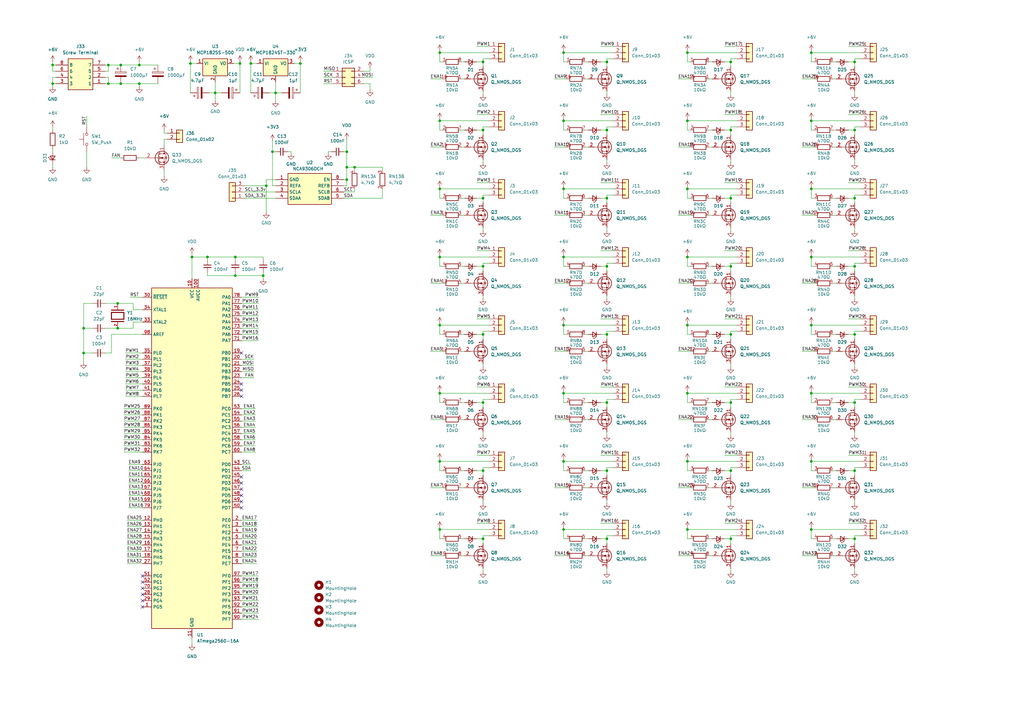
<source format=kicad_sch>
(kicad_sch (version 20230121) (generator eeschema)
  (paper "A3")
  (junction (at 248.92 81.28))
  (junction (at 332.74 161.29))
  (junction (at 350.52 25.4))
  (junction (at 299.72 81.28))
  (junction (at 180.34 77.47))
  (junction (at 198.12 25.4))
  (junction (at 248.92 25.4))
  (junction (at 332.74 105.41))
  (junction (at 231.14 133.35))
  (junction (at 350.52 165.1))
  (junction (at 248.92 109.22))
  (junction (at 332.74 21.59))
  (junction (at 48.26 124.46))
  (junction (at 111.76 62.23))
  (junction (at 248.92 193.04))
  (junction (at 145.415 68.58))
  (junction (at 281.94 133.35))
  (junction (at 332.74 217.17))
  (junction (at 281.94 161.29))
  (junction (at 281.94 217.17))
  (junction (at 281.94 77.47))
  (junction (at 332.74 49.53))
  (junction (at 350.52 81.28))
  (junction (at 113.03 38.1))
  (junction (at 281.94 21.59))
  (junction (at 350.52 109.22))
  (junction (at 350.52 193.04))
  (junction (at 44.45 34.29))
  (junction (at 88.265 38.1))
  (junction (at 299.72 220.98))
  (junction (at 299.72 109.22))
  (junction (at 180.34 21.59))
  (junction (at 102.87 26.035))
  (junction (at 281.94 189.23))
  (junction (at 248.92 137.16))
  (junction (at 231.14 161.29))
  (junction (at 198.12 109.22))
  (junction (at 21.59 34.29))
  (junction (at 231.14 77.47))
  (junction (at 231.14 189.23))
  (junction (at 180.34 189.23))
  (junction (at 180.34 49.53))
  (junction (at 21.59 26.67))
  (junction (at 198.12 220.98))
  (junction (at 57.15 26.67))
  (junction (at 96.52 105.41))
  (junction (at 231.14 105.41))
  (junction (at 198.12 193.04))
  (junction (at 107.95 113.03))
  (junction (at 198.12 81.28))
  (junction (at 49.53 34.29))
  (junction (at 299.72 165.1))
  (junction (at 180.34 105.41))
  (junction (at 350.52 53.34))
  (junction (at 350.52 220.98))
  (junction (at 96.52 113.03))
  (junction (at 332.74 189.23))
  (junction (at 198.12 165.1))
  (junction (at 142.24 68.58))
  (junction (at 299.72 193.04))
  (junction (at 123.19 26.035))
  (junction (at 299.72 53.34))
  (junction (at 231.14 217.17))
  (junction (at 85.09 105.41))
  (junction (at 57.15 34.29))
  (junction (at 332.74 77.47))
  (junction (at 142.24 62.23))
  (junction (at 299.72 137.16))
  (junction (at 281.94 49.53))
  (junction (at 198.12 53.34))
  (junction (at 180.34 133.35))
  (junction (at 44.45 26.67))
  (junction (at 180.34 161.29))
  (junction (at 34.29 134.62))
  (junction (at 49.53 26.67))
  (junction (at 78.74 105.41))
  (junction (at 248.92 220.98))
  (junction (at 231.14 21.59))
  (junction (at 180.34 217.17))
  (junction (at 350.52 137.16))
  (junction (at 34.29 144.78))
  (junction (at 332.74 133.35))
  (junction (at 142.24 73.66))
  (junction (at 98.425 26.035))
  (junction (at 231.14 49.53))
  (junction (at 198.12 137.16))
  (junction (at 248.92 165.1))
  (junction (at 48.26 134.62))
  (junction (at 299.72 25.4))
  (junction (at 248.92 53.34))
  (junction (at 281.94 105.41))
  (junction (at 78.105 26.035))
  (junction (at 109.22 76.2))
  (no_connect (at 99.06 162.56))
  (no_connect (at 99.06 203.2))
  (no_connect (at 58.42 246.38))
  (no_connect (at 99.06 200.66))
  (no_connect (at 99.06 205.74))
  (no_connect (at 99.06 160.02))
  (no_connect (at 99.06 157.48))
  (no_connect (at 99.06 208.28))
  (no_connect (at 58.42 243.84))
  (no_connect (at 58.42 238.76))
  (no_connect (at 99.06 198.12))
  (no_connect (at 58.42 236.22))
  (no_connect (at 99.06 195.58))
  (no_connect (at 58.42 241.3))
  (no_connect (at 99.06 144.78))
  (no_connect (at 58.42 248.92))
  (wire (pts (xy 43.18 34.29) (xy 44.45 34.29)))
  (wire (pts (xy 350.52 177.165) (xy 350.52 178.435)))
  (wire (pts (xy 48.26 134.62) (xy 54.61 134.62)))
  (wire (pts (xy 195.58 158.75) (xy 200.66 158.75)))
  (wire (pts (xy 180.34 193.04) (xy 180.34 189.23)))
  (wire (pts (xy 180.34 49.53) (xy 200.66 49.53)))
  (wire (pts (xy 341.63 60.325) (xy 342.9 60.325)))
  (wire (pts (xy 353.06 24.13) (xy 350.52 24.13)))
  (wire (pts (xy 290.83 165.1) (xy 292.1 165.1)))
  (wire (pts (xy 299.72 109.22) (xy 299.72 111.125)))
  (wire (pts (xy 140.97 78.74) (xy 145.415 78.74)))
  (wire (pts (xy 283.21 81.28) (xy 281.94 81.28)))
  (wire (pts (xy 44.45 26.67) (xy 49.53 26.67)))
  (wire (pts (xy 334.01 109.22) (xy 332.74 109.22)))
  (wire (pts (xy 227.33 227.965) (xy 232.41 227.965)))
  (wire (pts (xy 334.01 81.28) (xy 332.74 81.28)))
  (wire (pts (xy 297.18 186.69) (xy 302.26 186.69)))
  (wire (pts (xy 328.93 60.325) (xy 334.01 60.325)))
  (wire (pts (xy 281.94 81.28) (xy 281.94 77.47)))
  (wire (pts (xy 281.94 53.34) (xy 281.94 49.53)))
  (wire (pts (xy 302.26 24.13) (xy 299.72 24.13)))
  (wire (pts (xy 106.045 124.46) (xy 99.06 124.46)))
  (wire (pts (xy 332.74 21.59) (xy 353.06 21.59)))
  (wire (pts (xy 180.34 216.535) (xy 180.34 217.17)))
  (wire (pts (xy 195.58 220.98) (xy 198.12 220.98)))
  (wire (pts (xy 334.01 220.98) (xy 332.74 220.98)))
  (wire (pts (xy 51.435 154.94) (xy 58.42 154.94)))
  (wire (pts (xy 353.06 52.07) (xy 350.52 52.07)))
  (wire (pts (xy 195.58 193.04) (xy 198.12 193.04)))
  (wire (pts (xy 132.715 34.29) (xy 136.525 34.29)))
  (wire (pts (xy 102.87 26.035) (xy 102.87 38.1)))
  (wire (pts (xy 231.14 81.28) (xy 231.14 77.47)))
  (wire (pts (xy 240.03 116.205) (xy 241.3 116.205)))
  (wire (pts (xy 180.34 161.29) (xy 200.66 161.29)))
  (wire (pts (xy 113.03 38.1) (xy 113.03 41.275)))
  (wire (pts (xy 246.38 186.69) (xy 251.46 186.69)))
  (wire (pts (xy 99.06 215.9) (xy 105.41 215.9)))
  (wire (pts (xy 50.8 167.64) (xy 58.42 167.64)))
  (wire (pts (xy 334.01 165.1) (xy 332.74 165.1)))
  (wire (pts (xy 198.12 233.045) (xy 198.12 234.315)))
  (wire (pts (xy 240.03 81.28) (xy 241.3 81.28)))
  (wire (pts (xy 341.63 88.265) (xy 342.9 88.265)))
  (wire (pts (xy 350.52 109.22) (xy 350.52 111.125)))
  (wire (pts (xy 231.14 188.595) (xy 231.14 189.23)))
  (wire (pts (xy 145.415 68.58) (xy 156.845 68.58)))
  (wire (pts (xy 98.425 26.035) (xy 95.885 26.035)))
  (wire (pts (xy 180.34 188.595) (xy 180.34 189.23)))
  (wire (pts (xy 283.21 165.1) (xy 281.94 165.1)))
  (wire (pts (xy 281.94 220.98) (xy 281.94 217.17)))
  (wire (pts (xy 297.18 137.16) (xy 299.72 137.16)))
  (wire (pts (xy 106.045 129.54) (xy 99.06 129.54)))
  (wire (pts (xy 54.61 134.62) (xy 54.61 132.08)))
  (wire (pts (xy 109.22 73.66) (xy 109.22 76.2)))
  (wire (pts (xy 149.225 31.75) (xy 153.035 31.75)))
  (wire (pts (xy 248.92 80.01) (xy 248.92 81.28)))
  (wire (pts (xy 347.98 165.1) (xy 350.52 165.1)))
  (wire (pts (xy 299.72 191.77) (xy 299.72 193.04)))
  (wire (pts (xy 297.18 158.75) (xy 302.26 158.75)))
  (wire (pts (xy 45.72 137.16) (xy 58.42 137.16)))
  (wire (pts (xy 198.12 65.405) (xy 198.12 66.675)))
  (wire (pts (xy 240.03 200.025) (xy 241.3 200.025)))
  (wire (pts (xy 99.06 185.42) (xy 104.775 185.42)))
  (wire (pts (xy 142.24 62.23) (xy 142.24 68.58)))
  (wire (pts (xy 50.8 177.8) (xy 58.42 177.8)))
  (wire (pts (xy 328.93 116.205) (xy 334.01 116.205)))
  (wire (pts (xy 231.14 220.98) (xy 231.14 217.17)))
  (wire (pts (xy 334.01 25.4) (xy 332.74 25.4)))
  (wire (pts (xy 297.18 81.28) (xy 299.72 81.28)))
  (wire (pts (xy 50.8 182.88) (xy 58.42 182.88)))
  (wire (pts (xy 200.66 191.77) (xy 198.12 191.77)))
  (wire (pts (xy 302.26 219.71) (xy 299.72 219.71)))
  (wire (pts (xy 180.34 109.22) (xy 180.34 105.41)))
  (wire (pts (xy 251.46 135.89) (xy 248.92 135.89)))
  (wire (pts (xy 299.72 121.285) (xy 299.72 122.555)))
  (wire (pts (xy 281.94 165.1) (xy 281.94 161.29)))
  (wire (pts (xy 35.56 47.625) (xy 35.56 52.07)))
  (wire (pts (xy 43.18 26.67) (xy 44.45 26.67)))
  (wire (pts (xy 198.12 220.98) (xy 198.12 222.885)))
  (wire (pts (xy 49.53 26.67) (xy 57.15 26.67)))
  (wire (pts (xy 283.21 193.04) (xy 281.94 193.04)))
  (wire (pts (xy 195.58 25.4) (xy 198.12 25.4)))
  (wire (pts (xy 58.42 198.12) (xy 52.705 198.12)))
  (wire (pts (xy 299.72 80.01) (xy 299.72 81.28)))
  (wire (pts (xy 347.98 158.75) (xy 353.06 158.75)))
  (wire (pts (xy 251.46 191.77) (xy 248.92 191.77)))
  (wire (pts (xy 281.94 161.29) (xy 302.26 161.29)))
  (wire (pts (xy 290.83 109.22) (xy 292.1 109.22)))
  (wire (pts (xy 53.34 121.92) (xy 58.42 121.92)))
  (wire (pts (xy 290.83 200.025) (xy 292.1 200.025)))
  (wire (pts (xy 180.34 133.35) (xy 200.66 133.35)))
  (wire (pts (xy 227.33 60.325) (xy 232.41 60.325)))
  (wire (pts (xy 200.66 107.95) (xy 198.12 107.95)))
  (wire (pts (xy 281.94 217.17) (xy 302.26 217.17)))
  (wire (pts (xy 151.765 29.21) (xy 151.765 27.94)))
  (wire (pts (xy 297.18 25.4) (xy 299.72 25.4)))
  (wire (pts (xy 347.98 53.34) (xy 350.52 53.34)))
  (wire (pts (xy 328.93 172.085) (xy 334.01 172.085)))
  (wire (pts (xy 88.265 38.1) (xy 90.805 38.1)))
  (wire (pts (xy 248.92 25.4) (xy 248.92 27.305)))
  (wire (pts (xy 240.03 220.98) (xy 241.3 220.98)))
  (wire (pts (xy 231.14 48.895) (xy 231.14 49.53)))
  (wire (pts (xy 297.18 46.99) (xy 302.26 46.99)))
  (wire (pts (xy 299.72 220.98) (xy 299.72 222.885)))
  (wire (pts (xy 198.12 193.04) (xy 198.12 194.945)))
  (wire (pts (xy 350.52 37.465) (xy 350.52 38.735)))
  (wire (pts (xy 134.62 62.865) (xy 134.62 62.23)))
  (wire (pts (xy 21.59 67.31) (xy 21.59 68.58)))
  (wire (pts (xy 198.12 163.83) (xy 198.12 165.1)))
  (wire (pts (xy 58.42 213.36) (xy 52.07 213.36)))
  (wire (pts (xy 246.38 165.1) (xy 248.92 165.1)))
  (wire (pts (xy 176.53 116.205) (xy 181.61 116.205)))
  (wire (pts (xy 180.34 25.4) (xy 180.34 21.59)))
  (wire (pts (xy 189.23 165.1) (xy 190.5 165.1)))
  (wire (pts (xy 283.21 137.16) (xy 281.94 137.16)))
  (wire (pts (xy 151.765 34.29) (xy 151.765 36.83)))
  (wire (pts (xy 106.045 137.16) (xy 99.06 137.16)))
  (wire (pts (xy 189.23 227.965) (xy 190.5 227.965)))
  (wire (pts (xy 195.58 74.93) (xy 200.66 74.93)))
  (wire (pts (xy 57.15 26.67) (xy 64.77 26.67)))
  (wire (pts (xy 111.76 76.2) (xy 113.03 76.2)))
  (wire (pts (xy 328.93 32.385) (xy 334.01 32.385)))
  (wire (pts (xy 198.12 149.225) (xy 198.12 150.495)))
  (wire (pts (xy 180.34 48.895) (xy 180.34 49.53)))
  (wire (pts (xy 51.435 157.48) (xy 58.42 157.48)))
  (wire (pts (xy 328.93 200.025) (xy 334.01 200.025)))
  (wire (pts (xy 231.14 49.53) (xy 251.46 49.53)))
  (wire (pts (xy 227.33 144.145) (xy 232.41 144.145)))
  (wire (pts (xy 200.66 52.07) (xy 198.12 52.07)))
  (wire (pts (xy 231.14 133.35) (xy 251.46 133.35)))
  (wire (pts (xy 50.8 185.42) (xy 58.42 185.42)))
  (wire (pts (xy 181.61 220.98) (xy 180.34 220.98)))
  (wire (pts (xy 123.19 26.035) (xy 123.19 38.1)))
  (wire (pts (xy 302.26 107.95) (xy 299.72 107.95)))
  (wire (pts (xy 248.92 81.28) (xy 248.92 83.185)))
  (wire (pts (xy 198.12 24.13) (xy 198.12 25.4)))
  (wire (pts (xy 328.93 144.145) (xy 334.01 144.145)))
  (wire (pts (xy 246.38 81.28) (xy 248.92 81.28)))
  (wire (pts (xy 58.42 208.28) (xy 52.705 208.28)))
  (wire (pts (xy 332.74 104.775) (xy 332.74 105.41)))
  (wire (pts (xy 198.12 52.07) (xy 198.12 53.34)))
  (wire (pts (xy 200.66 80.01) (xy 198.12 80.01)))
  (wire (pts (xy 58.42 218.44) (xy 52.07 218.44)))
  (wire (pts (xy 332.74 189.23) (xy 353.06 189.23)))
  (wire (pts (xy 181.61 109.22) (xy 180.34 109.22)))
  (wire (pts (xy 299.72 53.34) (xy 299.72 55.245)))
  (wire (pts (xy 281.94 77.47) (xy 302.26 77.47)))
  (wire (pts (xy 48.26 124.46) (xy 54.61 124.46)))
  (wire (pts (xy 347.98 102.87) (xy 353.06 102.87)))
  (wire (pts (xy 227.33 116.205) (xy 232.41 116.205)))
  (wire (pts (xy 299.72 149.225) (xy 299.72 150.495)))
  (wire (pts (xy 58.42 205.74) (xy 52.705 205.74)))
  (wire (pts (xy 248.92 233.045) (xy 248.92 234.315)))
  (wire (pts (xy 180.34 104.775) (xy 180.34 105.41)))
  (wire (pts (xy 231.14 160.655) (xy 231.14 161.29)))
  (wire (pts (xy 99.06 177.8) (xy 104.775 177.8)))
  (wire (pts (xy 278.13 32.385) (xy 283.21 32.385)))
  (wire (pts (xy 231.14 25.4) (xy 231.14 21.59)))
  (wire (pts (xy 99.06 170.18) (xy 104.775 170.18)))
  (wire (pts (xy 248.92 24.13) (xy 248.92 25.4)))
  (wire (pts (xy 58.42 228.6) (xy 52.07 228.6)))
  (wire (pts (xy 299.72 205.105) (xy 299.72 206.375)))
  (wire (pts (xy 231.14 77.47) (xy 251.46 77.47)))
  (wire (pts (xy 248.92 177.165) (xy 248.92 178.435)))
  (wire (pts (xy 231.14 132.715) (xy 231.14 133.35)))
  (wire (pts (xy 181.61 25.4) (xy 180.34 25.4)))
  (wire (pts (xy 99.06 220.98) (xy 105.41 220.98)))
  (wire (pts (xy 353.06 135.89) (xy 350.52 135.89)))
  (wire (pts (xy 246.38 46.99) (xy 251.46 46.99)))
  (wire (pts (xy 43.18 134.62) (xy 48.26 134.62)))
  (wire (pts (xy 347.98 220.98) (xy 350.52 220.98)))
  (wire (pts (xy 34.29 134.62) (xy 38.1 134.62)))
  (wire (pts (xy 341.63 53.34) (xy 342.9 53.34)))
  (wire (pts (xy 50.8 175.26) (xy 58.42 175.26)))
  (wire (pts (xy 198.12 93.345) (xy 198.12 94.615)))
  (wire (pts (xy 54.61 127) (xy 58.42 127)))
  (wire (pts (xy 99.06 152.4) (xy 104.14 152.4)))
  (wire (pts (xy 350.52 53.34) (xy 350.52 55.245)))
  (wire (pts (xy 180.34 220.98) (xy 180.34 217.17)))
  (wire (pts (xy 246.38 53.34) (xy 248.92 53.34)))
  (wire (pts (xy 67.31 53.34) (xy 67.31 54.61)))
  (wire (pts (xy 106.045 238.76) (xy 99.06 238.76)))
  (wire (pts (xy 347.98 74.93) (xy 353.06 74.93)))
  (wire (pts (xy 251.46 80.01) (xy 248.92 80.01)))
  (wire (pts (xy 281.94 76.835) (xy 281.94 77.47)))
  (wire (pts (xy 106.045 127) (xy 99.06 127)))
  (wire (pts (xy 107.95 113.03) (xy 107.95 111.76)))
  (wire (pts (xy 198.12 137.16) (xy 198.12 139.065)))
  (wire (pts (xy 58.42 226.06) (xy 52.07 226.06)))
  (wire (pts (xy 189.23 193.04) (xy 190.5 193.04)))
  (wire (pts (xy 341.63 81.28) (xy 342.9 81.28)))
  (wire (pts (xy 67.31 57.15) (xy 67.31 59.69)))
  (wire (pts (xy 281.94 189.23) (xy 302.26 189.23)))
  (wire (pts (xy 278.13 200.025) (xy 283.21 200.025)))
  (wire (pts (xy 96.52 105.41) (xy 96.52 106.68)))
  (wire (pts (xy 341.63 220.98) (xy 342.9 220.98)))
  (wire (pts (xy 251.46 163.83) (xy 248.92 163.83)))
  (wire (pts (xy 142.24 76.2) (xy 140.97 76.2)))
  (wire (pts (xy 248.92 121.285) (xy 248.92 122.555)))
  (wire (pts (xy 58.42 193.04) (xy 52.705 193.04)))
  (wire (pts (xy 350.52 219.71) (xy 350.52 220.98)))
  (wire (pts (xy 232.41 220.98) (xy 231.14 220.98)))
  (wire (pts (xy 290.83 227.965) (xy 292.1 227.965)))
  (wire (pts (xy 180.34 105.41) (xy 200.66 105.41)))
  (wire (pts (xy 278.13 88.265) (xy 283.21 88.265)))
  (wire (pts (xy 334.01 53.34) (xy 332.74 53.34)))
  (wire (pts (xy 22.86 29.21) (xy 21.59 29.21)))
  (wire (pts (xy 189.23 81.28) (xy 190.5 81.28)))
  (wire (pts (xy 248.92 191.77) (xy 248.92 193.04)))
  (wire (pts (xy 99.06 167.64) (xy 104.775 167.64)))
  (wire (pts (xy 297.18 19.05) (xy 302.26 19.05)))
  (wire (pts (xy 347.98 19.05) (xy 353.06 19.05)))
  (wire (pts (xy 248.92 52.07) (xy 248.92 53.34)))
  (wire (pts (xy 341.63 172.085) (xy 342.9 172.085)))
  (wire (pts (xy 232.41 81.28) (xy 231.14 81.28)))
  (wire (pts (xy 299.72 107.95) (xy 299.72 109.22)))
  (wire (pts (xy 347.98 109.22) (xy 350.52 109.22)))
  (wire (pts (xy 118.11 62.23) (xy 119.38 62.23)))
  (wire (pts (xy 34.29 124.46) (xy 34.29 134.62)))
  (wire (pts (xy 57.15 34.29) (xy 64.77 34.29)))
  (wire (pts (xy 200.66 24.13) (xy 198.12 24.13)))
  (wire (pts (xy 106.045 246.38) (xy 99.06 246.38)))
  (wire (pts (xy 290.83 25.4) (xy 292.1 25.4)))
  (wire (pts (xy 198.12 53.34) (xy 198.12 55.245)))
  (wire (pts (xy 140.97 81.28) (xy 156.845 81.28)))
  (wire (pts (xy 50.8 170.18) (xy 58.42 170.18)))
  (wire (pts (xy 156.845 68.58) (xy 156.845 69.85)))
  (wire (pts (xy 140.97 73.66) (xy 142.24 73.66)))
  (wire (pts (xy 347.98 130.81) (xy 353.06 130.81)))
  (wire (pts (xy 181.61 137.16) (xy 180.34 137.16)))
  (wire (pts (xy 119.38 62.23) (xy 119.38 62.865)))
  (wire (pts (xy 350.52 52.07) (xy 350.52 53.34)))
  (wire (pts (xy 299.72 219.71) (xy 299.72 220.98)))
  (wire (pts (xy 248.92 109.22) (xy 248.92 111.125)))
  (wire (pts (xy 248.92 149.225) (xy 248.92 150.495)))
  (wire (pts (xy 290.83 88.265) (xy 292.1 88.265)))
  (wire (pts (xy 58.42 215.9) (xy 52.07 215.9)))
  (wire (pts (xy 248.92 93.345) (xy 248.92 94.615)))
  (wire (pts (xy 302.26 135.89) (xy 299.72 135.89)))
  (wire (pts (xy 334.01 193.04) (xy 332.74 193.04)))
  (wire (pts (xy 232.41 25.4) (xy 231.14 25.4)))
  (wire (pts (xy 341.63 32.385) (xy 342.9 32.385)))
  (wire (pts (xy 240.03 60.325) (xy 241.3 60.325)))
  (wire (pts (xy 43.18 31.75) (xy 44.45 31.75)))
  (wire (pts (xy 99.06 172.72) (xy 104.775 172.72)))
  (wire (pts (xy 88.265 33.655) (xy 88.265 38.1)))
  (wire (pts (xy 281.94 132.715) (xy 281.94 133.35)))
  (wire (pts (xy 180.34 76.835) (xy 180.34 77.47)))
  (wire (pts (xy 113.03 33.655) (xy 113.03 38.1)))
  (wire (pts (xy 34.29 134.62) (xy 34.29 144.78)))
  (wire (pts (xy 299.72 137.16) (xy 299.72 139.065)))
  (wire (pts (xy 231.14 104.775) (xy 231.14 105.41)))
  (wire (pts (xy 198.12 81.28) (xy 198.12 83.185)))
  (wire (pts (xy 44.45 26.67) (xy 44.45 29.21)))
  (wire (pts (xy 297.18 53.34) (xy 299.72 53.34)))
  (wire (pts (xy 189.23 137.16) (xy 190.5 137.16)))
  (wire (pts (xy 34.29 144.78) (xy 34.29 148.59)))
  (wire (pts (xy 195.58 137.16) (xy 198.12 137.16)))
  (wire (pts (xy 189.23 25.4) (xy 190.5 25.4)))
  (wire (pts (xy 332.74 48.895) (xy 332.74 49.53)))
  (wire (pts (xy 85.09 111.76) (xy 85.09 113.03)))
  (wire (pts (xy 332.74 160.655) (xy 332.74 161.29)))
  (wire (pts (xy 302.26 163.83) (xy 299.72 163.83)))
  (wire (pts (xy 278.13 172.085) (xy 283.21 172.085)))
  (wire (pts (xy 98.425 26.035) (xy 98.425 38.1)))
  (wire (pts (xy 248.92 137.16) (xy 248.92 139.065)))
  (wire (pts (xy 189.23 88.265) (xy 190.5 88.265)))
  (wire (pts (xy 240.03 53.34) (xy 241.3 53.34)))
  (wire (pts (xy 111.76 57.785) (xy 111.76 62.23)))
  (wire (pts (xy 96.52 105.41) (xy 107.95 105.41)))
  (wire (pts (xy 113.03 38.1) (xy 115.57 38.1)))
  (wire (pts (xy 78.74 105.41) (xy 78.74 114.3)))
  (wire (pts (xy 49.53 34.29) (xy 57.15 34.29)))
  (wire (pts (xy 176.53 32.385) (xy 181.61 32.385)))
  (wire (pts (xy 248.92 165.1) (xy 248.92 167.005)))
  (wire (pts (xy 231.14 20.955) (xy 231.14 21.59)))
  (wire (pts (xy 195.58 19.05) (xy 200.66 19.05)))
  (wire (pts (xy 106.045 139.7) (xy 99.06 139.7)))
  (wire (pts (xy 180.34 189.23) (xy 200.66 189.23)))
  (wire (pts (xy 248.92 65.405) (xy 248.92 66.675)))
  (wire (pts (xy 278.13 60.325) (xy 283.21 60.325)))
  (wire (pts (xy 231.14 189.23) (xy 251.46 189.23)))
  (wire (pts (xy 341.63 193.04) (xy 342.9 193.04)))
  (wire (pts (xy 45.72 64.77) (xy 49.53 64.77)))
  (wire (pts (xy 350.52 205.105) (xy 350.52 206.375)))
  (wire (pts (xy 51.435 149.86) (xy 58.42 149.86)))
  (wire (pts (xy 51.435 152.4) (xy 58.42 152.4)))
  (wire (pts (xy 195.58 102.87) (xy 200.66 102.87)))
  (wire (pts (xy 297.18 214.63) (xy 302.26 214.63)))
  (wire (pts (xy 347.98 25.4) (xy 350.52 25.4)))
  (wire (pts (xy 281.94 105.41) (xy 302.26 105.41)))
  (wire (pts (xy 246.38 19.05) (xy 251.46 19.05)))
  (wire (pts (xy 107.95 113.03) (xy 107.95 114.3)))
  (wire (pts (xy 58.42 220.98) (xy 52.07 220.98)))
  (wire (pts (xy 67.31 69.85) (xy 67.31 72.39)))
  (wire (pts (xy 198.12 135.89) (xy 198.12 137.16)))
  (wire (pts (xy 149.225 29.21) (xy 151.765 29.21)))
  (wire (pts (xy 58.42 190.5) (xy 52.705 190.5)))
  (wire (pts (xy 350.52 24.13) (xy 350.52 25.4)))
  (wire (pts (xy 232.41 193.04) (xy 231.14 193.04)))
  (wire (pts (xy 88.265 38.1) (xy 88.265 41.275)))
  (wire (pts (xy 281.94 25.4) (xy 281.94 21.59)))
  (wire (pts (xy 78.74 261.62) (xy 78.74 264.16)))
  (wire (pts (xy 51.435 160.02) (xy 58.42 160.02)))
  (wire (pts (xy 106.045 243.84) (xy 99.06 243.84)))
  (wire (pts (xy 248.92 205.105) (xy 248.92 206.375)))
  (wire (pts (xy 78.105 26.035) (xy 80.645 26.035)))
  (wire (pts (xy 350.52 121.285) (xy 350.52 122.555)))
  (wire (pts (xy 332.74 25.4) (xy 332.74 21.59)))
  (wire (pts (xy 195.58 214.63) (xy 200.66 214.63)))
  (wire (pts (xy 334.01 137.16) (xy 332.74 137.16)))
  (wire (pts (xy 34.29 144.78) (xy 38.1 144.78)))
  (wire (pts (xy 246.38 220.98) (xy 248.92 220.98)))
  (wire (pts (xy 35.56 62.23) (xy 35.56 68.58)))
  (wire (pts (xy 297.18 102.87) (xy 302.26 102.87)))
  (wire (pts (xy 227.33 32.385) (xy 232.41 32.385)))
  (wire (pts (xy 232.41 137.16) (xy 231.14 137.16)))
  (wire (pts (xy 180.34 165.1) (xy 180.34 161.29)))
  (wire (pts (xy 347.98 193.04) (xy 350.52 193.04)))
  (wire (pts (xy 106.045 132.08) (xy 99.06 132.08)))
  (wire (pts (xy 106.045 241.3) (xy 99.06 241.3)))
  (wire (pts (xy 353.06 191.77) (xy 350.52 191.77)))
  (wire (pts (xy 350.52 233.045) (xy 350.52 234.315)))
  (wire (pts (xy 299.72 165.1) (xy 299.72 167.005)))
  (wire (pts (xy 132.715 29.21) (xy 136.525 29.21)))
  (wire (pts (xy 290.83 53.34) (xy 292.1 53.34)))
  (wire (pts (xy 181.61 165.1) (xy 180.34 165.1)))
  (wire (pts (xy 231.14 217.17) (xy 251.46 217.17)))
  (wire (pts (xy 350.52 107.95) (xy 350.52 109.22)))
  (wire (pts (xy 332.74 217.17) (xy 353.06 217.17)))
  (wire (pts (xy 281.94 49.53) (xy 302.26 49.53)))
  (wire (pts (xy 180.34 21.59) (xy 200.66 21.59)))
  (wire (pts (xy 140.97 62.23) (xy 142.24 62.23)))
  (wire (pts (xy 299.72 93.345) (xy 299.72 94.615)))
  (wire (pts (xy 248.92 163.83) (xy 248.92 165.1)))
  (wire (pts (xy 85.09 105.41) (xy 96.52 105.41)))
  (wire (pts (xy 240.03 137.16) (xy 241.3 137.16)))
  (wire (pts (xy 246.38 158.75) (xy 251.46 158.75)))
  (wire (pts (xy 299.72 81.28) (xy 299.72 83.185)))
  (wire (pts (xy 99.06 180.34) (xy 104.775 180.34)))
  (wire (pts (xy 189.23 32.385) (xy 190.5 32.385)))
  (wire (pts (xy 290.83 137.16) (xy 292.1 137.16)))
  (wire (pts (xy 58.42 203.2) (xy 52.705 203.2)))
  (wire (pts (xy 332.74 49.53) (xy 353.06 49.53)))
  (wire (pts (xy 283.21 53.34) (xy 281.94 53.34)))
  (wire (pts (xy 109.22 76.2) (xy 109.22 86.995)))
  (wire (pts (xy 281.94 160.655) (xy 281.94 161.29)))
  (wire (pts (xy 68.58 57.15) (xy 67.31 57.15)))
  (wire (pts (xy 281.94 216.535) (xy 281.94 217.17)))
  (wire (pts (xy 248.92 219.71) (xy 248.92 220.98)))
  (wire (pts (xy 21.59 60.96) (xy 21.59 62.23)))
  (wire (pts (xy 99.06 226.06) (xy 105.41 226.06)))
  (wire (pts (xy 332.74 109.22) (xy 332.74 105.41)))
  (wire (pts (xy 328.93 227.965) (xy 334.01 227.965)))
  (wire (pts (xy 240.03 88.265) (xy 241.3 88.265)))
  (wire (pts (xy 198.12 177.165) (xy 198.12 178.435)))
  (wire (pts (xy 67.31 54.61) (xy 68.58 54.61)))
  (wire (pts (xy 189.23 200.025) (xy 190.5 200.025)))
  (wire (pts (xy 240.03 109.22) (xy 241.3 109.22)))
  (wire (pts (xy 232.41 165.1) (xy 231.14 165.1)))
  (wire (pts (xy 290.83 172.085) (xy 292.1 172.085)))
  (wire (pts (xy 332.74 165.1) (xy 332.74 161.29)))
  (wire (pts (xy 189.23 144.145) (xy 190.5 144.145)))
  (wire (pts (xy 99.06 231.14) (xy 105.41 231.14)))
  (wire (pts (xy 96.52 113.03) (xy 107.95 113.03)))
  (wire (pts (xy 44.45 29.21) (xy 43.18 29.21)))
  (wire (pts (xy 332.74 137.16) (xy 332.74 133.35)))
  (wire (pts (xy 290.83 220.98) (xy 292.1 220.98)))
  (wire (pts (xy 281.94 109.22) (xy 281.94 105.41)))
  (wire (pts (xy 78.74 105.41) (xy 85.09 105.41)))
  (wire (pts (xy 132.715 31.75) (xy 136.525 31.75)))
  (wire (pts (xy 195.58 81.28) (xy 198.12 81.28)))
  (wire (pts (xy 332.74 133.35) (xy 353.06 133.35)))
  (wire (pts (xy 281.94 21.59) (xy 302.26 21.59)))
  (wire (pts (xy 290.83 32.385) (xy 292.1 32.385)))
  (wire (pts (xy 246.38 102.87) (xy 251.46 102.87)))
  (wire (pts (xy 350.52 193.04) (xy 350.52 194.945)))
  (wire (pts (xy 353.06 107.95) (xy 350.52 107.95)))
  (wire (pts (xy 99.06 190.5) (xy 102.87 190.5)))
  (wire (pts (xy 45.72 144.78) (xy 45.72 137.16)))
  (wire (pts (xy 299.72 37.465) (xy 299.72 38.735)))
  (wire (pts (xy 246.38 25.4) (xy 248.92 25.4)))
  (wire (pts (xy 290.83 60.325) (xy 292.1 60.325)))
  (wire (pts (xy 332.74 20.955) (xy 332.74 21.59)))
  (wire (pts (xy 109.22 73.66) (xy 113.03 73.66)))
  (wire (pts (xy 106.045 236.22) (xy 99.06 236.22)))
  (wire (pts (xy 21.59 26.67) (xy 22.86 26.67)))
  (wire (pts (xy 347.98 46.99) (xy 353.06 46.99)))
  (wire (pts (xy 142.24 57.15) (xy 142.24 62.23)))
  (wire (pts (xy 57.15 25.4) (xy 57.15 26.67)))
  (wire (pts (xy 176.53 200.025) (xy 181.61 200.025)))
  (wire (pts (xy 350.52 220.98) (xy 350.52 222.885)))
  (wire (pts (xy 231.14 109.22) (xy 231.14 105.41)))
  (wire (pts (xy 240.03 144.145) (xy 241.3 144.145)))
  (wire (pts (xy 58.42 195.58) (xy 52.705 195.58)))
  (wire (pts (xy 78.74 104.14) (xy 78.74 105.41)))
  (wire (pts (xy 341.63 144.145) (xy 342.9 144.145)))
  (wire (pts (xy 198.12 191.77) (xy 198.12 193.04)))
  (wire (pts (xy 123.19 26.035) (xy 120.65 26.035)))
  (wire (pts (xy 99.06 193.04) (xy 102.87 193.04)))
  (wire (pts (xy 278.13 144.145) (xy 283.21 144.145)))
  (wire (pts (xy 251.46 52.07) (xy 248.92 52.07)))
  (wire (pts (xy 246.38 137.16) (xy 248.92 137.16)))
  (wire (pts (xy 232.41 53.34) (xy 231.14 53.34)))
  (wire (pts (xy 57.15 34.29) (xy 57.15 35.56)))
  (wire (pts (xy 328.93 88.265) (xy 334.01 88.265)))
  (wire (pts (xy 290.83 116.205) (xy 292.1 116.205)))
  (wire (pts (xy 347.98 186.69) (xy 353.06 186.69)))
  (wire (pts (xy 332.74 53.34) (xy 332.74 49.53)))
  (wire (pts (xy 198.12 165.1) (xy 198.12 167.005)))
  (wire (pts (xy 176.53 227.965) (xy 181.61 227.965)))
  (wire (pts (xy 251.46 107.95) (xy 248.92 107.95)))
  (wire (pts (xy 43.18 124.46) (xy 48.26 124.46)))
  (wire (pts (xy 299.72 163.83) (xy 299.72 165.1)))
  (wire (pts (xy 200.66 219.71) (xy 198.12 219.71)))
  (wire (pts (xy 99.06 182.88) (xy 104.775 182.88)))
  (wire (pts (xy 231.14 137.16) (xy 231.14 133.35)))
  (wire (pts (xy 57.15 64.77) (xy 59.69 64.77)))
  (wire (pts (xy 180.34 77.47) (xy 200.66 77.47)))
  (wire (pts (xy 350.52 165.1) (xy 350.52 167.005)))
  (wire (pts (xy 299.72 65.405) (xy 299.72 66.675)))
  (wire (pts (xy 299.72 177.165) (xy 299.72 178.435)))
  (wire (pts (xy 99.06 218.44) (xy 105.41 218.44)))
  (wire (pts (xy 297.18 220.98) (xy 299.72 220.98)))
  (wire (pts (xy 134.62 62.23) (xy 135.89 62.23)))
  (wire (pts (xy 248.92 53.34) (xy 248.92 55.245)))
  (wire (pts (xy 297.18 130.81) (xy 302.26 130.81)))
  (wire (pts (xy 353.06 219.71) (xy 350.52 219.71)))
  (wire (pts (xy 38.1 124.46) (xy 34.29 124.46)))
  (wire (pts (xy 180.34 81.28) (xy 180.34 77.47)))
  (wire (pts (xy 189.23 220.98) (xy 190.5 220.98)))
  (wire (pts (xy 198.12 107.95) (xy 198.12 109.22)))
  (wire (pts (xy 145.415 68.58) (xy 142.24 68.58)))
  (wire (pts (xy 176.53 172.085) (xy 181.61 172.085)))
  (wire (pts (xy 248.92 107.95) (xy 248.92 109.22)))
  (wire (pts (xy 227.33 88.265) (xy 232.41 88.265)))
  (wire (pts (xy 145.415 69.85) (xy 145.415 68.58)))
  (wire (pts (xy 156.845 81.28) (xy 156.845 77.47)))
  (wire (pts (xy 231.14 21.59) (xy 251.46 21.59)))
  (wire (pts (xy 100.33 78.74) (xy 113.03 78.74)))
  (wire (pts (xy 246.38 193.04) (xy 248.92 193.04)))
  (wire (pts (xy 350.52 80.01) (xy 350.52 81.28)))
  (wire (pts (xy 297.18 74.93) (xy 302.26 74.93)))
  (wire (pts (xy 142.24 68.58) (xy 142.24 73.66)))
  (wire (pts (xy 231.14 161.29) (xy 251.46 161.29)))
  (wire (pts (xy 51.435 147.32) (xy 58.42 147.32)))
  (wire (pts (xy 248.92 220.98) (xy 248.92 222.885)))
  (wire (pts (xy 106.045 134.62) (xy 99.06 134.62)))
  (wire (pts (xy 299.72 193.04) (xy 299.72 194.945)))
  (wire (pts (xy 198.12 121.285) (xy 198.12 122.555)))
  (wire (pts (xy 350.52 135.89) (xy 350.52 137.16)))
  (wire (pts (xy 189.23 116.205) (xy 190.5 116.205)))
  (wire (pts (xy 248.92 193.04) (xy 248.92 194.945)))
  (wire (pts (xy 251.46 24.13) (xy 248.92 24.13)))
  (wire (pts (xy 78.105 26.035) (xy 78.105 38.1)))
  (wire (pts (xy 332.74 81.28) (xy 332.74 77.47)))
  (wire (pts (xy 350.52 25.4) (xy 350.52 27.305)))
  (wire (pts (xy 195.58 186.69) (xy 200.66 186.69)))
  (wire (pts (xy 96.52 113.03) (xy 96.52 111.76)))
  (wire (pts (xy 231.14 105.41) (xy 251.46 105.41)))
  (wire (pts (xy 195.58 130.81) (xy 200.66 130.81)))
  (wire (pts (xy 85.725 38.1) (xy 88.265 38.1)))
  (wire (pts (xy 281.94 20.955) (xy 281.94 21.59)))
  (wire (pts (xy 299.72 24.13) (xy 299.72 25.4)))
  (wire (pts (xy 278.13 116.205) (xy 283.21 116.205)))
  (wire (pts (xy 189.23 172.085) (xy 190.5 172.085)))
  (wire (pts (xy 283.21 25.4) (xy 281.94 25.4)))
  (wire (pts (xy 290.83 81.28) (xy 292.1 81.28)))
  (wire (pts (xy 341.63 25.4) (xy 342.9 25.4)))
  (wire (pts (xy 231.14 165.1) (xy 231.14 161.29)))
  (wire (pts (xy 106.045 121.92) (xy 99.06 121.92)))
  (wire (pts (xy 231.14 76.835) (xy 231.14 77.47)))
  (wire (pts (xy 332.74 77.47) (xy 353.06 77.47)))
  (wire (pts (xy 85.09 113.03) (xy 96.52 113.03)))
  (wire (pts (xy 281.94 133.35) (xy 302.26 133.35)))
  (wire (pts (xy 142.24 73.66) (xy 142.24 76.2)))
  (wire (pts (xy 180.34 20.955) (xy 180.34 21.59)))
  (wire (pts (xy 341.63 109.22) (xy 342.9 109.22)))
  (wire (pts (xy 332.74 188.595) (xy 332.74 189.23)))
  (wire (pts (xy 341.63 116.205) (xy 342.9 116.205)))
  (wire (pts (xy 99.06 149.86) (xy 104.14 149.86)))
  (wire (pts (xy 240.03 25.4) (xy 241.3 25.4)))
  (wire (pts (xy 350.52 191.77) (xy 350.52 193.04)))
  (wire (pts (xy 43.18 144.78) (xy 45.72 144.78)))
  (wire (pts (xy 110.49 38.1) (xy 113.03 38.1)))
  (wire (pts (xy 246.38 214.63) (xy 251.46 214.63)))
  (wire (pts (xy 198.12 80.01) (xy 198.12 81.28)))
  (wire (pts (xy 341.63 200.025) (xy 342.9 200.025)))
  (wire (pts (xy 332.74 220.98) (xy 332.74 217.17)))
  (wire (pts (xy 44.45 34.29) (xy 49.53 34.29)))
  (wire (pts (xy 189.23 109.22) (xy 190.5 109.22)))
  (wire (pts (xy 198.12 25.4) (xy 198.12 27.305)))
  (wire (pts (xy 111.76 62.23) (xy 113.03 62.23)))
  (wire (pts (xy 22.86 31.75) (xy 21.59 31.75)))
  (wire (pts (xy 21.59 26.67) (xy 21.59 25.4)))
  (wire (pts (xy 123.19 25.4) (xy 123.19 26.035)))
  (wire (pts (xy 281.94 48.895) (xy 281.94 49.53)))
  (wire (pts (xy 341.63 165.1) (xy 342.9 165.1)))
  (wire (pts (xy 98.425 25.4) (xy 98.425 26.035)))
  (wire (pts (xy 347.98 214.63) (xy 353.06 214.63)))
  (wire (pts (xy 240.03 193.04) (xy 241.3 193.04)))
  (wire (pts (xy 145.415 78.74) (xy 145.415 77.47)))
  (wire (pts (xy 332.74 193.04) (xy 332.74 189.23)))
  (wire (pts (xy 195.58 53.34) (xy 198.12 53.34)))
  (wire (pts (xy 299.72 135.89) (xy 299.72 137.16)))
  (wire (pts (xy 181.61 193.04) (xy 180.34 193.04)))
  (wire (pts (xy 227.33 172.085) (xy 232.41 172.085)))
  (wire (pts (xy 240.03 227.965) (xy 241.3 227.965)))
  (wire (pts (xy 281.94 188.595) (xy 281.94 189.23)))
  (wire (pts (xy 299.72 52.07) (xy 299.72 53.34)))
  (wire (pts (xy 341.63 137.16) (xy 342.9 137.16)))
  (wire (pts (xy 99.06 223.52) (xy 105.41 223.52)))
  (wire (pts (xy 347.98 81.28) (xy 350.52 81.28)))
  (wire (pts (xy 332.74 105.41) (xy 353.06 105.41)))
  (wire (pts (xy 350.52 163.83) (xy 350.52 165.1)))
  (wire (pts (xy 21.59 52.07) (xy 21.59 53.34)))
  (wire (pts (xy 176.53 144.145) (xy 181.61 144.145)))
  (wire (pts (xy 299.72 233.045) (xy 299.72 234.315)))
  (wire (pts (xy 106.045 248.92) (xy 99.06 248.92)))
  (wire (pts (xy 332.74 216.535) (xy 332.74 217.17)))
  (wire (pts (xy 240.03 32.385) (xy 241.3 32.385)))
  (wire (pts (xy 58.42 200.66) (xy 52.705 200.66)))
  (wire (pts (xy 297.18 193.04) (xy 299.72 193.04)))
  (wire (pts (xy 99.06 228.6) (xy 105.41 228.6)))
  (wire (pts (xy 353.06 80.01) (xy 350.52 80.01)))
  (wire (pts (xy 99.06 213.36) (xy 105.41 213.36)))
  (wire (pts (xy 297.18 109.22) (xy 299.72 109.22)))
  (wire (pts (xy 231.14 193.04) (xy 231.14 189.23)))
  (wire (pts (xy 350.52 81.28) (xy 350.52 83.185)))
  (wire (pts (xy 99.06 175.26) (xy 104.775 175.26)))
  (wire (pts (xy 106.045 251.46) (xy 99.06 251.46)))
  (wire (pts (xy 299.72 25.4) (xy 299.72 27.305)))
  (wire (pts (xy 58.42 223.52) (xy 52.07 223.52)))
  (wire (pts (xy 102.87 25.4) (xy 102.87 26.035)))
  (wire (pts (xy 180.34 137.16) (xy 180.34 133.35)))
  (wire (pts (xy 58.42 231.14) (xy 52.07 231.14)))
  (wire (pts (xy 180.34 53.34) (xy 181.61 53.34)))
  (wire (pts (xy 297.18 165.1) (xy 299.72 165.1)))
  (wire (pts (xy 51.435 162.56) (xy 58.42 162.56)))
  (wire (pts (xy 189.23 53.34) (xy 190.5 53.34)))
  (wire (pts (xy 195.58 109.22) (xy 198.12 109.22)))
  (wire (pts (xy 302.26 80.01) (xy 299.72 80.01)))
  (wire (pts (xy 85.09 105.41) (xy 85.09 106.68)))
  (wire (pts (xy 22.86 34.29) (xy 21.59 34.29)))
  (wire (pts (xy 102.87 26.035) (xy 105.41 26.035)))
  (wire (pts (xy 232.41 109.22) (xy 231.14 109.22)))
  (wire (pts (xy 290.83 193.04) (xy 292.1 193.04)))
  (wire (pts (xy 240.03 172.085) (xy 241.3 172.085)))
  (wire (pts (xy 246.38 74.93) (xy 251.46 74.93)))
  (wire (pts (xy 180.34 160.655) (xy 180.34 161.29)))
  (wire (pts (xy 111.76 62.23) (xy 111.76 76.2)))
  (wire (pts (xy 302.26 52.07) (xy 299.72 52.07)))
  (wire (pts (xy 107.95 105.41) (xy 107.95 106.68)))
  (wire (pts (xy 180.34 132.715) (xy 180.34 133.35)))
  (wire (pts (xy 100.33 81.28) (xy 113.03 81.28)))
  (wire (pts (xy 278.13 227.965) (xy 283.21 227.965)))
  (wire (pts (xy 200.66 135.89) (xy 198.12 135.89)))
  (wire (pts (xy 350.52 137.16) (xy 350.52 139.065)))
  (wire (pts (xy 350.52 149.225) (xy 350.52 150.495)))
  (wire (pts (xy 248.92 37.465) (xy 248.92 38.735)))
  (wire (pts (xy 54.61 132.08) (xy 58.42 132.08)))
  (wire (pts (xy 246.38 130.81) (xy 251.46 130.81)))
  (wire (pts (xy 231.14 53.34) (xy 231.14 49.53)))
  (wire (pts (xy 176.53 60.325) (xy 181.61 60.325)))
  (wire (pts (xy 198.12 109.22) (xy 198.12 111.125)))
  (wire (pts (xy 195.58 165.1) (xy 198.12 165.1)))
  (wire (pts (xy 283.21 109.22) (xy 281.94 109.22)))
  (wire (pts (xy 21.59 29.21) (xy 21.59 26.67)))
  (wire (pts (xy 350.52 93.345) (xy 350.52 94.615)))
  (wire (pts (xy 240.03 165.1) (xy 241.3 165.1)))
  (wire (pts (xy 332.74 76.835) (xy 332.74 77.47)))
  (wire (pts (xy 181.61 81.28) (xy 180.34 81.28)))
  (wire (pts (xy 347.98 137.16) (xy 350.52 137.16)))
  (wire (pts (xy 200.66 163.83) (xy 198.12 163.83)))
  (wire (pts (xy 231.14 216.535) (xy 231.14 217.17)))
  (wire (pts (xy 180.34 53.34) (xy 180.34 49.53)))
  (wire (pts (xy 149.225 34.29) (xy 151.765 34.29)))
  (wire (pts (xy 189.23 60.325) (xy 190.5 60.325)))
  (wire (pts (xy 106.045 254) (xy 99.06 254)))
  (wire (pts (xy 44.45 31.75) (xy 44.45 34.29)))
  (wire (pts (xy 198.12 205.105) (xy 198.12 206.375)))
  (wire (pts (xy 21.59 31.75) (xy 21.59 34.29)))
  (wire (pts (xy 290.83 144.145) (xy 292.1 144.145)))
  (wire (pts (xy 332.74 161.29) (xy 353.06 161.29)))
  (wire (pts (xy 99.06 147.32) (xy 104.14 147.32)))
  (wire (pts (xy 281.94 137.16) (xy 281.94 133.35)))
  (wire (pts (xy 281.94 104.775) (xy 281.94 105.41)))
  (wire (pts (xy 248.92 135.89) (xy 248.92 137.16)))
  (wire (pts (xy 50.8 172.72) (xy 58.42 172.72)))
  (wire (pts (xy 332.74 132.715) (xy 332.74 133.35)))
  (wire (pts (xy 176.53 88.265) (xy 181.61 88.265)))
  (wire (pts (xy 21.59 34.29) (xy 21.59 35.56)))
  (wire (pts (xy 350.52 65.405) (xy 350.52 66.675)))
  (wire (pts (xy 100.33 76.2) (xy 109.22 76.2)))
  (wire (pts (xy 283.21 220.98) (xy 281.94 220.98)))
  (wire (pts (xy 302.26 191.77) (xy 299.72 191.77)))
  (wire (pts (xy 78.105 25.4) (xy 78.105 26.035)))
  (wire (pts (xy 353.06 163.83) (xy 350.52 163.83)))
  (wire (pts (xy 281.94 193.04) (xy 281.94 189.23)))
  (wire (pts (xy 251.46 219.71) (xy 248.92 219.71)))
  (wire (pts (xy 198.12 37.465) (xy 198.12 38.735)))
  (wire (pts (xy 50.8 180.34) (xy 58.42 180.34)))
  (wire (pts (xy 54.61 124.46) (xy 54.61 127)))
  (wire (pts (xy 198.12 219.71) (xy 198.12 220.98)))
  (wire (pts (xy 51.435 144.78) (xy 58.42 144.78)))
  (wire (pts (xy 195.58 46.99) (xy 200.66 46.99)))
  (wire (pts (xy 99.06 154.94) (xy 104.14 154.94)))
  (wire (pts (xy 180.34 217.17) (xy 200.66 217.17)))
  (wire (pts (xy 246.38 109.22) (xy 248.92 109.22)))
  (wire (pts (xy 227.33 200.025) (xy 232.41 200.025)))
  (wire (pts (xy 341.63 227.965) (xy 342.9 227.965)))
  (label "PWM17" (at 297.18 19.05 0))
  (label "ENA3" (at 176.53 88.265 0))
  (label "ENA18" (at 105.41 215.9 180))
  (label "ENA30" (at 328.93 172.085 0))
  (label "ENA32" (at 52.07 231.14 0))
  (label "ENA15" (at 227.33 200.025 0))
  (label "PWM3" (at 51.435 149.86 0))
  (label "ENA8" (at 176.53 227.965 0))
  (label "PWM26" (at 50.8 170.18 0))
  (label "ENA28" (at 328.93 116.205 0))
  (label "PWM19" (at 106.045 241.3 180))
  (label "FAN" (at 45.72 64.77 0))
  (label "ENA26" (at 52.07 215.9 0))
  (label "PWM22" (at 106.045 248.92 180))
  (label "PWM5" (at 51.435 154.94 0))
  (label "ENA3" (at 104.775 172.72 180))
  (label "ENA29" (at 52.07 223.52 0))
  (label "ENA25" (at 328.93 32.385 0))
  (label "ENA1" (at 176.53 32.385 0))
  (label "PWM15" (at 106.045 137.16 180))
  (label "ENA13" (at 227.33 144.145 0))
  (label "SCK" (at 104.14 147.32 180))
  (label "PWM18" (at 106.045 238.76 180))
  (label "ENA7" (at 104.775 182.88 180))
  (label "ENA13" (at 52.705 200.66 0))
  (label "PWM11" (at 246.38 74.93 0))
  (label "SCL" (at 140.97 78.74 0))
  (label "SCL_3.3v" (at 100.33 78.74 0))
  (label "PWM24" (at 106.045 254 180))
  (label "MOSI" (at 104.14 149.86 180))
  (label "PWM20" (at 106.045 243.84 180))
  (label "ENA27" (at 52.07 218.44 0))
  (label "ENA22" (at 105.41 226.06 180))
  (label "ENA2" (at 104.775 170.18 180))
  (label "ENA9" (at 52.705 190.5 0))
  (label "PWM1" (at 195.58 19.05 0))
  (label "PWM16" (at 106.045 139.7 180))
  (label "PWM7" (at 195.58 186.69 0))
  (label "ENA23" (at 105.41 228.6 180))
  (label "PWM18" (at 297.18 46.99 0))
  (label "PWM32" (at 347.98 214.63 0))
  (label "ENA5" (at 104.775 177.8 180))
  (label "ENA21" (at 105.41 223.52 180))
  (label "PWM23" (at 297.18 186.69 0))
  (label "PWM8" (at 195.58 214.63 0))
  (label "PWM4" (at 51.435 152.4 0))
  (label "PWM20" (at 297.18 102.87 0))
  (label "ENA18" (at 278.13 60.325 0))
  (label "RST" (at 35.56 47.625 270))
  (label "PWM29" (at 50.8 177.8 0))
  (label "ENA12" (at 227.33 116.205 0))
  (label "PWM6" (at 195.58 158.75 0))
  (label "ENA23" (at 278.13 200.025 0))
  (label "PWM5" (at 195.58 130.81 0))
  (label "PWM30" (at 347.98 158.75 0))
  (label "ENA5" (at 176.53 144.145 0))
  (label "ENA1" (at 104.775 167.64 180))
  (label "PWM15" (at 246.38 186.69 0))
  (label "ENA17" (at 278.13 32.385 0))
  (label "PWM23" (at 106.045 251.46 180))
  (label "ENA24" (at 278.13 227.965 0))
  (label "ENA21" (at 278.13 144.145 0))
  (label "ENA24" (at 105.41 231.14 180))
  (label "PWM28" (at 50.8 175.26 0))
  (label "PWM32" (at 50.8 185.42 0))
  (label "PWM25" (at 50.8 167.64 0))
  (label "PWM2" (at 51.435 147.32 0))
  (label "PWM17" (at 106.045 236.22 180))
  (label "ENA27" (at 328.93 88.265 0))
  (label "ENA29" (at 328.93 144.145 0))
  (label "ENA12" (at 52.705 198.12 0))
  (label "PWM24" (at 297.18 214.63 0))
  (label "ENA10" (at 227.33 60.325 0))
  (label "PWM31" (at 50.8 182.88 0))
  (label "PWM21" (at 106.045 246.38 180))
  (label "ENA4" (at 104.775 175.26 180))
  (label "ENA28" (at 52.07 220.98 0))
  (label "SDA" (at 140.97 81.28 0))
  (label "ENA26" (at 328.93 60.325 0))
  (label "ENA14" (at 52.705 203.2 0))
  (label "ENA11" (at 52.705 195.58 0))
  (label "ENA4" (at 176.53 116.205 0))
  (label "PWM4" (at 195.58 102.87 0))
  (label "ENA15" (at 52.705 205.74 0))
  (label "PWM19" (at 297.18 74.93 0))
  (label "PWM8" (at 51.435 162.56 0))
  (label "PWM28" (at 347.98 102.87 0))
  (label "ENA19" (at 278.13 88.265 0))
  (label "PWM12" (at 246.38 102.87 0))
  (label "ENA6" (at 176.53 172.085 0))
  (label "ENA20" (at 105.41 220.98 180))
  (label "ENA6" (at 104.775 180.34 180))
  (label "PWM26" (at 347.98 46.99 0))
  (label "ENA31" (at 52.07 228.6 0))
  (label "RST" (at 53.34 121.92 0))
  (label "ENA17" (at 105.41 213.36 180))
  (label "PWM7" (at 51.435 160.02 0))
  (label "SCL" (at 102.87 190.5 180))
  (label "PWM1" (at 51.435 144.78 0))
  (label "ENA22" (at 278.13 172.085 0))
  (label "PWM10" (at 246.38 46.99 0))
  (label "PWM6" (at 51.435 157.48 0))
  (label "PWM14" (at 106.045 134.62 180))
  (label "PWM16" (at 246.38 214.63 0))
  (label "PWM13" (at 106.045 132.08 180))
  (label "PWM11" (at 106.045 127 180))
  (label "PWM29" (at 347.98 130.81 0))
  (label "PWM25" (at 347.98 19.05 0))
  (label "ENA31" (at 328.93 200.025 0))
  (label "PWM27" (at 50.8 172.72 0))
  (label "PWM9" (at 106.045 121.92 180))
  (label "ENA7" (at 176.53 200.025 0))
  (label "ENA25" (at 52.07 213.36 0))
  (label "ENA32" (at 328.93 227.965 0))
  (label "PWM12" (at 106.045 129.54 180))
  (label "ENA30" (at 52.07 226.06 0))
  (label "RST" (at 132.715 34.29 0))
  (label "MISO" (at 104.14 152.4 180))
  (label "ENA16" (at 52.705 208.28 0))
  (label "SDA_3.3v" (at 100.33 81.28 0))
  (label "ENA11" (at 227.33 88.265 0))
  (label "ENA19" (at 105.41 218.44 180))
  (label "MISO" (at 132.715 29.21 0))
  (label "MOSI" (at 153.035 31.75 180))
  (label "PWM30" (at 50.8 180.34 0))
  (label "SCK" (at 132.715 31.75 0))
  (label "PWM14" (at 246.38 158.75 0))
  (label "ENA2" (at 176.53 60.325 0))
  (label "PWM3" (at 195.58 74.93 0))
  (label "PWM10" (at 106.045 124.46 180))
  (label "ENA10" (at 52.705 193.04 0))
  (label "SDA" (at 102.87 193.04 180))
  (label "PWM13" (at 246.38 130.81 0))
  (label "PWM9" (at 246.38 19.05 0))
  (label "ENA8" (at 104.775 185.42 180))
  (label "ENA9" (at 227.33 32.385 0))
  (label "PWM21" (at 297.18 130.81 0))
  (label "PWM31" (at 347.98 186.69 0))
  (label "PWM2" (at 195.58 46.99 0))
  (label "PWM22" (at 297.18 158.75 0))
  (label "ENA20" (at 278.13 116.205 0))
  (label "PWM27" (at 347.98 74.93 0))
  (label "ENA14" (at 227.33 172.085 0))
  (label "ENA16" (at 227.33 227.965 0))
  (label "FAN" (at 104.14 154.94 180))
  (symbol (lib_id "Regulator_Linear:MCP1825S") (at 88.265 26.035 0) (unit 1)
    (property "Reference" "U3" (at 88.265 19.05 0))
    (property "Value" "MCP1825S-500" (at 88.265 21.59 0))
    (property "Footprint" "Package_TO_SOT_SMD:SOT-223-3_TabPin2" (effects hide))
    (property "Datasheet" "http://ww1.microchip.com/downloads/en/devicedoc/22056b.pdf" (effects hide))
  )
  (symbol (lib_id "Connector_Generic:Conn_01x03") (at 205.74 217.17 0) (unit 1)
    (property "Reference" "J8" (at 208.915 215.8999 0) (effects (justify left)))
    (property "Value" "Conn_01x03" (at 208.915 218.4399 0) (effects (justify left)))
    (property "Footprint" "Connector_PinHeader_2.54mm:PinHeader_1x03_P2.54mm_Vertical" (effects hide))
  )
  (symbol (lib_id "Device:R_Pack08_Split") (at 236.22 144.145 90) (unit 5)
    (property "Reference" "RN2" (at 236.22 146.685 90))
    (property "Value" "10kΩ" (at 236.22 148.59 90))
    (property "Footprint" "Resistor_SMD:R_Array_Convex_8x0602" (effects hide))
  )
  (symbol (lib_id "Connector_Generic:Conn_01x03") (at 205.74 21.59 0) (unit 1)
    (property "Reference" "J1" (at 208.915 20.3199 0) (effects (justify left)))
    (property "Value" "Conn_01x03" (at 208.915 22.8599 0) (effects (justify left)))
    (property "Footprint" "Connector_PinHeader_2.54mm:PinHeader_1x03_P2.54mm_Vertical" (effects hide))
  )
  (symbol (lib_id "Device:R_Pack04_Split") (at 337.82 53.34 270) (unit 2)
    (property "Reference" "RN11" (at 337.82 55.88 90))
    (property "Value" "470Ω" (at 337.82 57.785 90))
    (property "Footprint" "Resistor_SMD:R_Array_Convex_4x0603" (effects hide))
  )
  (symbol (lib_id "power:+6V") (at 281.94 20.955 0) (unit 1)
    (property "Reference" "#PWR0155" (effects hide))
    (property "Value" "+6V" (at 281.94 15.24 0))
  )
  (symbol (lib_id "power:+6V") (at 281.94 48.895 0) (unit 1)
    (property "Reference" "#PWR0134" (effects hide))
    (property "Value" "+6V" (at 281.94 43.18 0))
  )
  (symbol (lib_id "Connector_Generic:Conn_01x03") (at 307.34 133.35 0) (unit 1)
    (property "Reference" "J21" (at 309.88 132.0799 0) (effects (justify left)))
    (property "Value" "Conn_01x03" (at 309.88 134.6199 0) (effects (justify left)))
    (property "Footprint" "Connector_PinHeader_2.54mm:PinHeader_1x03_P2.54mm_Vertical" (effects hide))
  )
  (symbol (lib_id "Connector_Generic:Conn_01x03") (at 205.74 133.35 0) (unit 1)
    (property "Reference" "J5" (at 208.915 132.0799 0) (effects (justify left)))
    (property "Value" "Conn_01x03" (at 208.915 134.6199 0) (effects (justify left)))
    (property "Footprint" "Connector_PinHeader_2.54mm:PinHeader_1x03_P2.54mm_Vertical" (effects hide))
  )
  (symbol (lib_id "Device:Q_NMOS_DGS") (at 195.58 32.385 0) (unit 1)
    (property "Reference" "Q1" (at 201.295 31.1149 0) (effects (justify left)))
    (property "Value" "Q_NMOS_DGS" (at 201.295 33.6549 0) (effects (justify left)))
    (property "Footprint" "mosfet:SOIC-8_3.9x4.9mm_P1.27mm" (effects hide))
  )
  (symbol (lib_id "Connector_Generic:Conn_01x03") (at 205.74 77.47 0) (unit 1)
    (property "Reference" "J3" (at 208.915 76.1999 0) (effects (justify left)))
    (property "Value" "Conn_01x03" (at 208.915 78.7399 0) (effects (justify left)))
    (property "Footprint" "Connector_PinHeader_2.54mm:PinHeader_1x03_P2.54mm_Vertical" (effects hide))
  )
  (symbol (lib_id "Device:Q_NMOS_DGS") (at 297.18 88.265 0) (unit 1)
    (property "Reference" "Q19" (at 303.53 86.9949 0) (effects (justify left)))
    (property "Value" "Q_NMOS_DGS" (at 303.53 89.5349 0) (effects (justify left)))
    (property "Footprint" "mosfet:SOIC-8_3.9x4.9mm_P1.27mm" (effects hide))
  )
  (symbol (lib_id "Device:R_Pack04_Split") (at 287.02 137.16 270) (unit 1)
    (property "Reference" "RN10" (at 287.02 139.7 90))
    (property "Value" "470Ω" (at 287.02 141.605 90))
    (property "Footprint" "Resistor_SMD:R_Array_Convex_4x0603" (effects hide))
  )
  (symbol (lib_id "Device:LED_Small") (at 243.84 220.98 180) (unit 1)
    (property "Reference" "D16" (at 243.84 224.155 0))
    (property "Value" "Red" (effects hide))
    (property "Footprint" "LED_SMD:LED_0805_2012Metric" (effects hide))
  )
  (symbol (lib_id "Device:C_Small") (at 107.95 109.22 0) (unit 1)
    (property "Reference" "C6" (at 110.49 107.9562 0) (effects (justify left)))
    (property "Value" "100nF" (at 110.49 110.4962 0) (effects (justify left)))
    (property "Footprint" "Capacitor_SMD:C_0805_2012Metric" (effects hide))
  )
  (symbol (lib_id "power:GND") (at 299.72 178.435 0) (unit 1)
    (property "Reference" "#PWR0160" (effects hide))
    (property "Value" "GND" (at 299.72 182.88 0))
  )
  (symbol (lib_id "power:VDD") (at 98.425 25.4 0) (unit 1)
    (property "Reference" "#PWR0184" (effects hide))
    (property "Value" "VDD" (at 98.425 20.32 0))
  )
  (symbol (lib_id "Device:R_Pack04_Split") (at 185.42 53.34 270) (unit 2)
    (property "Reference" "RN5" (at 185.42 55.88 90))
    (property "Value" "470Ω" (at 185.42 57.785 90))
    (property "Footprint" "Resistor_SMD:R_Array_Convex_4x0603" (effects hide))
  )
  (symbol (lib_id "power:GND") (at 198.12 234.315 0) (unit 1)
    (property "Reference" "#PWR0150" (effects hide))
    (property "Value" "GND" (at 198.12 238.76 0))
  )
  (symbol (lib_id "Device:LED_Small") (at 243.84 165.1 180) (unit 1)
    (property "Reference" "D14" (at 243.84 168.275 0))
    (property "Value" "Red" (effects hide))
    (property "Footprint" "LED_SMD:LED_0805_2012Metric" (effects hide))
  )
  (symbol (lib_id "Device:LED_Small") (at 243.84 137.16 180) (unit 1)
    (property "Reference" "D13" (at 243.84 140.335 0))
    (property "Value" "Red" (effects hide))
    (property "Footprint" "LED_SMD:LED_0805_2012Metric" (effects hide))
  )
  (symbol (lib_id "Device:LED_Small") (at 193.04 165.1 180) (unit 1)
    (property "Reference" "D6" (at 193.04 168.275 0))
    (property "Value" "Red" (effects hide))
    (property "Footprint" "LED_SMD:LED_0805_2012Metric" (effects hide))
  )
  (symbol (lib_id "Device:R_Pack04_Split") (at 287.02 109.22 270) (unit 4)
    (property "Reference" "RN9" (at 287.02 111.76 90))
    (property "Value" "470Ω" (at 287.02 113.665 90))
    (property "Footprint" "Resistor_SMD:R_Array_Convex_4x0603" (effects hide))
  )
  (symbol (lib_id "Connector_Generic:Conn_01x03") (at 307.34 105.41 0) (unit 1)
    (property "Reference" "J20" (at 309.88 104.1399 0) (effects (justify left)))
    (property "Value" "Conn_01x03" (at 309.88 106.6799 0) (effects (justify left)))
    (property "Footprint" "Connector_PinHeader_2.54mm:PinHeader_1x03_P2.54mm_Vertical" (effects hide))
  )
  (symbol (lib_id "Device:R_Pack08_Split") (at 287.02 200.025 90) (unit 7)
    (property "Reference" "RN3" (at 287.02 202.565 90))
    (property "Value" "10kΩ" (at 287.02 204.47 90))
    (property "Footprint" "Resistor_SMD:R_Array_Convex_8x0602" (effects hide))
  )
  (symbol (lib_id "power:+6V") (at 332.74 48.895 0) (unit 1)
    (property "Reference" "#PWR0136" (effects hide))
    (property "Value" "+6V" (at 332.74 43.18 0))
  )
  (symbol (lib_id "Connector_Generic:Conn_01x03") (at 256.54 133.35 0) (unit 1)
    (property "Reference" "J13" (at 259.08 132.0799 0) (effects (justify left)))
    (property "Value" "Conn_01x03" (at 259.08 134.6199 0) (effects (justify left)))
    (property "Footprint" "Connector_PinHeader_2.54mm:PinHeader_1x03_P2.54mm_Vertical" (effects hide))
  )
  (symbol (lib_id "Device:Q_NMOS_DGS") (at 246.38 144.145 0) (unit 1)
    (property "Reference" "Q13" (at 252.73 142.8749 0) (effects (justify left)))
    (property "Value" "Q_NMOS_DGS" (at 252.73 145.4149 0) (effects (justify left)))
    (property "Footprint" "mosfet:SOIC-8_3.9x4.9mm_P1.27mm" (effects hide))
  )
  (symbol (lib_id "power:+6V") (at 332.74 104.775 0) (unit 1)
    (property "Reference" "#PWR0131" (effects hide))
    (property "Value" "+6V" (at 332.74 99.06 0))
  )
  (symbol (lib_id "power:VDD") (at 151.765 27.94 0) (unit 1)
    (property "Reference" "#PWR0104" (effects hide))
    (property "Value" "VDD" (at 151.765 22.86 0))
  )
  (symbol (lib_id "power:+6V") (at 231.14 48.895 0) (unit 1)
    (property "Reference" "#PWR0152" (effects hide))
    (property "Value" "+6V" (at 231.14 43.18 0))
  )
  (symbol (lib_id "power:GND") (at 134.62 62.865 0) (unit 1)
    (property "Reference" "#PWR0190" (effects hide))
    (property "Value" "GND" (at 134.62 67.31 0))
  )
  (symbol (lib_id "Device:R_Pack04_Split") (at 287.02 25.4 270) (unit 1)
    (property "Reference" "RN9" (at 287.02 27.94 90))
    (property "Value" "470Ω" (at 287.02 29.845 90))
    (property "Footprint" "Resistor_SMD:R_Array_Convex_4x0603" (effects hide))
  )
  (symbol (lib_id "Device:LED_Small") (at 294.64 165.1 180) (unit 1)
    (property "Reference" "D22" (at 294.64 168.275 0))
    (property "Value" "Red" (effects hide))
    (property "Footprint" "LED_SMD:LED_0805_2012Metric" (effects hide))
  )
  (symbol (lib_id "Device:Q_NMOS_DGS") (at 246.38 227.965 0) (unit 1)
    (property "Reference" "Q16" (at 252.73 226.6949 0) (effects (justify left)))
    (property "Value" "Q_NMOS_DGS" (at 252.73 229.2349 0) (effects (justify left)))
    (property "Footprint" "mosfet:SOIC-8_3.9x4.9mm_P1.27mm" (effects hide))
  )
  (symbol (lib_id "power:GND") (at 198.12 66.675 0) (unit 1)
    (property "Reference" "#PWR0135" (effects hide))
    (property "Value" "GND" (at 198.12 71.12 0))
  )
  (symbol (lib_id "Device:LED_Small") (at 193.04 25.4 180) (unit 1)
    (property "Reference" "D1" (at 193.04 28.575 0))
    (property "Value" "Red" (effects hide))
    (property "Footprint" "LED_SMD:LED_0805_2012Metric" (effects hide))
  )
  (symbol (lib_id "power:GND") (at 109.22 86.995 0) (unit 1)
    (property "Reference" "#PWR0185" (effects hide))
    (property "Value" "GND" (at 109.22 91.44 0))
  )
  (symbol (lib_id "Device:Q_NMOS_DGS") (at 297.18 144.145 0) (unit 1)
    (property "Reference" "Q21" (at 303.53 142.8749 0) (effects (justify left)))
    (property "Value" "Q_NMOS_DGS" (at 303.53 145.4149 0) (effects (justify left)))
    (property "Footprint" "mosfet:SOIC-8_3.9x4.9mm_P1.27mm" (effects hide))
  )
  (symbol (lib_id "Device:R_Pack08_Split") (at 185.42 88.265 90) (unit 3)
    (property "Reference" "RN1" (at 185.42 90.805 90))
    (property "Value" "10kΩ" (at 185.42 92.71 90))
    (property "Footprint" "Resistor_SMD:R_Array_Convex_8x0602" (effects hide))
  )
  (symbol (lib_id "Connector_Generic:Conn_01x03") (at 256.54 49.53 0) (unit 1)
    (property "Reference" "J10" (at 259.08 48.2599 0) (effects (justify left)))
    (property "Value" "Conn_01x03" (at 259.08 50.7999 0) (effects (justify left)))
    (property "Footprint" "Connector_PinHeader_2.54mm:PinHeader_1x03_P2.54mm_Vertical" (effects hide))
  )
  (symbol (lib_id "power:GND") (at 299.72 66.675 0) (unit 1)
    (property "Reference" "#PWR0125" (effects hide))
    (property "Value" "GND" (at 299.72 71.12 0))
  )
  (symbol (lib_id "Device:R_Pack04_Split") (at 337.82 109.22 270) (unit 4)
    (property "Reference" "RN11" (at 337.82 111.76 90))
    (property "Value" "470Ω" (at 337.82 113.665 90))
    (property "Footprint" "Resistor_SMD:R_Array_Convex_4x0603" (effects hide))
  )
  (symbol (lib_id "Connector_Generic:Conn_01x03") (at 307.34 49.53 0) (unit 1)
    (property "Reference" "J18" (at 309.88 48.2599 0) (effects (justify left)))
    (property "Value" "Conn_01x03" (at 309.88 50.7999 0) (effects (justify left)))
    (property "Footprint" "Connector_PinHeader_2.54mm:PinHeader_1x03_P2.54mm_Vertical" (effects hide))
  )
  (symbol (lib_id "Connector_Generic:Conn_01x03") (at 358.14 161.29 0) (unit 1)
    (property "Reference" "J30" (at 360.68 160.0199 0) (effects (justify left)))
    (property "Value" "Conn_01x03" (at 360.68 162.5599 0) (effects (justify left)))
    (property "Footprint" "Connector_PinHeader_2.54mm:PinHeader_1x03_P2.54mm_Vertical" (effects hide))
  )
  (symbol (lib_id "power:+6V") (at 332.74 216.535 0) (unit 1)
    (property "Reference" "#PWR0130" (effects hide))
    (property "Value" "+6V" (at 332.74 210.82 0))
  )
  (symbol (lib_id "Device:R_Pack04_Split") (at 287.02 220.98 270) (unit 4)
    (property "Reference" "RN10" (at 287.02 223.52 90))
    (property "Value" "470Ω" (at 287.02 225.425 90))
    (property "Footprint" "Resistor_SMD:R_Array_Convex_4x0603" (effects hide))
  )
  (symbol (lib_id "Device:Q_NMOS_DGS") (at 347.98 60.325 0) (unit 1)
    (property "Reference" "Q26" (at 354.33 59.0549 0) (effects (justify left)))
    (property "Value" "Q_NMOS_DGS" (at 354.33 61.5949 0) (effects (justify left)))
    (property "Footprint" "mosfet:SOIC-8_3.9x4.9mm_P1.27mm" (effects hide))
  )
  (symbol (lib_id "power:VDD") (at 78.74 104.14 0) (unit 1)
    (property "Reference" "#PWR0107" (effects hide))
    (property "Value" "VDD" (at 78.74 99.06 0))
  )
  (symbol (lib_id "power:GND") (at 67.31 72.39 0) (unit 1)
    (property "Reference" "#PWR0109" (effects hide))
    (property "Value" "GND" (at 67.31 77.47 0))
  )
  (symbol (lib_id "power:+6V") (at 231.14 188.595 0) (unit 1)
    (property "Reference" "#PWR0173" (effects hide))
    (property "Value" "+6V" (at 231.14 182.88 0))
  )
  (symbol (lib_id "Device:LED_Small") (at 193.04 81.28 180) (unit 1)
    (property "Reference" "D3" (at 193.04 84.455 0))
    (property "Value" "Red" (effects hide))
    (property "Footprint" "LED_SMD:LED_0805_2012Metric" (effects hide))
  )
  (symbol (lib_id "power:+6V") (at 78.105 25.4 0) (unit 1)
    (property "Reference" "#PWR0183" (effects hide))
    (property "Value" "+6V" (at 78.105 20.32 0))
  )
  (symbol (lib_id "Device:R_Pack04_Split") (at 236.22 165.1 270) (unit 2)
    (property "Reference" "RN8" (at 236.22 167.64 90))
    (property "Value" "470Ω" (at 236.22 169.545 90))
    (property "Footprint" "Resistor_SMD:R_Array_Convex_4x0603" (effects hide))
  )
  (symbol (lib_id "power:+6V") (at 180.34 216.535 0) (unit 1)
    (property "Reference" "#PWR0166" (effects hide))
    (property "Value" "+6V" (at 180.34 210.82 0))
  )
  (symbol (lib_id "Connector_Generic:Conn_01x03") (at 358.14 49.53 0) (unit 1)
    (property "Reference" "J26" (at 360.68 48.2599 0) (effects (justify left)))
    (property "Value" "Conn_01x03" (at 360.68 50.7999 0) (effects (justify left)))
    (property "Footprint" "Connector_PinHeader_2.54mm:PinHeader_1x03_P2.54mm_Vertical" (effects hide))
  )
  (symbol (lib_id "power:GND") (at 299.72 94.615 0) (unit 1)
    (property "Reference" "#PWR0128" (effects hide))
    (property "Value" "GND" (at 299.72 99.06 0))
  )
  (symbol (lib_id "power:GND") (at 350.52 178.435 0) (unit 1)
    (property "Reference" "#PWR0176" (effects hide))
    (property "Value" "GND" (at 350.52 182.88 0))
  )
  (symbol (lib_id "Connector_Generic:Conn_01x03") (at 307.34 161.29 0) (unit 1)
    (property "Reference" "J22" (at 309.88 160.0199 0) (effects (justify left)))
    (property "Value" "Conn_01x03" (at 309.88 162.5599 0) (effects (justify left)))
    (property "Footprint" "Connector_PinHeader_2.54mm:PinHeader_1x03_P2.54mm_Vertical" (effects hide))
  )
  (symbol (lib_id "power:GND") (at 248.92 234.315 0) (unit 1)
    (property "Reference" "#PWR0148" (effects hide))
    (property "Value" "GND" (at 248.92 238.76 0))
  )
  (symbol (lib_id "Device:R_Pack04_Split") (at 236.22 81.28 270) (unit 3)
    (property "Reference" "RN7" (at 236.22 83.82 90))
    (property "Value" "470Ω" (at 236.22 85.725 90))
    (property "Footprint" "Resistor_SMD:R_Array_Convex_4x0603" (effects hide))
  )
  (symbol (lib_id "power:GND") (at 248.92 38.735 0) (unit 1)
    (property "Reference" "#PWR0144" (effects hide))
    (property "Value" "GND" (at 248.92 43.18 0))
  )
  (symbol (lib_id "Device:R_Pack04_Split") (at 287.02 193.04 270) (unit 3)
    (property "Reference" "RN10" (at 287.02 195.58 90))
    (property "Value" "470Ω" (at 287.02 197.485 90))
    (property "Footprint" "Resistor_SMD:R_Array_Convex_4x0603" (effects hide))
  )
  (symbol (lib_id "power:GND") (at 113.03 41.275 0) (unit 1)
    (property "Reference" "#PWR0111" (effects hide))
    (property "Value" "GND" (at 113.03 46.355 0))
  )
  (symbol (lib_id "Device:C_Polarized") (at 81.915 38.1 90) (unit 1)
    (property "Reference" "C9" (at 81.026 30.48 90))
    (property "Value" "4.7µF" (at 81.026 33.02 90))
    (property "Footprint" "Capacitor_SMD:CP_Elec_4x4.5" (effects hide))
  )
  (symbol (lib_id "power:+3V3") (at 111.76 57.785 0) (unit 1)
    (property "Reference" "#PWR0112" (effects hide))
    (property "Value" "+3V3" (at 111.76 52.07 0))
  )
  (symbol (lib_id "Device:C_Polarized") (at 49.53 30.48 0) (unit 1)
    (property "Reference" "C7" (at 53.34 28.3209 0) (effects (justify left)))
    (property "Value" "1000µF" (at 53.34 30.8609 0) (effects (justify left)))
    (property "Footprint" "Capacitor_THT:CP_Radial_D10.0mm_P5.00mm" (effects hide))
  )
  (symbol (lib_id "Mechanical:MountingHole") (at 130.81 245.11 0) (unit 1)
    (property "Reference" "H2" (at 133.35 243.84 0) (effects (justify left)))
    (property "Value" "MountingHole" (at 133.35 246.38 0) (effects (justify left)))
    (property "Footprint" "MountingHole:MountingHole_2.2mm_M2" (effects hide))
  )
  (symbol (lib_id "Device:C_Small") (at 138.43 62.23 90) (unit 1)
    (property "Reference" "C14" (at 138.4363 55.245 90))
    (property "Value" "100nF" (at 138.4363 57.785 90))
    (property "Footprint" "Capacitor_SMD:C_0805_2012Metric" (effects hide))
  )
  (symbol (lib_id "Device:C_Small") (at 85.09 109.22 0) (unit 1)
    (property "Reference" "C4" (at 87.63 107.9562 0) (effects (justify left)))
    (property "Value" "100nF" (at 87.63 110.4962 0) (effects (justify left)))
    (property "Footprint" "Capacitor_SMD:C_0805_2012Metric" (effects hide))
  )
  (symbol (lib_id "Connector_Generic:Conn_01x03") (at 307.34 189.23 0) (unit 1)
    (property "Reference" "J23" (at 309.88 187.9599 0) (effects (justify left)))
    (property "Value" "Conn_01x03" (at 309.88 190.4999 0) (effects (justify left)))
    (property "Footprint" "Connector_PinHeader_2.54mm:PinHeader_1x03_P2.54mm_Vertical" (effects hide))
  )
  (symbol (lib_id "Device:C_Polarized") (at 64.77 30.48 0) (unit 1)
    (property "Reference" "C8" (at 68.58 28.3209 0) (effects (justify left)))
    (property "Value" "1000µF" (at 68.58 30.8609 0) (effects (justify left)))
    (property "Footprint" "Capacitor_THT:CP_Radial_D10.0mm_P5.00mm" (effects hide))
  )
  (symbol (lib_id "Device:R_Pack08_Split") (at 287.02 116.205 90) (unit 4)
    (property "Reference" "RN3" (at 287.02 118.745 90))
    (property "Value" "10kΩ" (at 287.02 120.65 90))
    (property "Footprint" "Resistor_SMD:R_Array_Convex_8x0602" (effects hide))
  )
  (symbol (lib_id "Connector_Generic:Conn_01x03") (at 256.54 189.23 0) (unit 1)
    (property "Reference" "J15" (at 259.08 187.9599 0) (effects (justify left)))
    (property "Value" "Conn_01x03" (at 259.08 190.4999 0) (effects (justify left)))
    (property "Footprint" "Connector_PinHeader_2.54mm:PinHeader_1x03_P2.54mm_Vertical" (effects hide))
  )
  (symbol (lib_id "power:GND") (at 248.92 206.375 0) (unit 1)
    (property "Reference" "#PWR0145" (effects hide))
    (property "Value" "GND" (at 248.92 210.82 0))
  )
  (symbol (lib_id "power:+6V") (at 180.34 160.655 0) (unit 1)
    (property "Reference" "#PWR0177" (effects hide))
    (property "Value" "+6V" (at 180.34 154.94 0))
  )
  (symbol (lib_id "Connector_Generic:Conn_01x03") (at 256.54 21.59 0) (unit 1)
    (property "Reference" "J9" (at 259.08 20.3199 0) (effects (justify left)))
    (property "Value" "Conn_01x03" (at 259.08 22.8599 0) (effects (justify left)))
    (property "Footprint" "Connector_PinHeader_2.54mm:PinHeader_1x03_P2.54mm_Vertical" (effects hide))
  )
  (symbol (lib_id "Device:LED_Small") (at 345.44 109.22 180) (unit 1)
    (property "Reference" "D28" (at 345.44 112.395 0))
    (property "Value" "Red" (effects hide))
    (property "Footprint" "LED_SMD:LED_0805_2012Metric" (effects hide))
  )
  (symbol (lib_id "power:+6V") (at 281.94 160.655 0) (unit 1)
    (property "Reference" "#PWR0126" (effects hide))
    (property "Value" "+6V" (at 281.94 154.94 0))
  )
  (symbol (lib_id "Device:Q_NMOS_DGS") (at 195.58 60.325 0) (unit 1)
    (property "Reference" "Q2" (at 201.295 59.0549 0) (effects (justify left)))
    (property "Value" "Q_NMOS_DGS" (at 201.295 61.5949 0) (effects (justify left)))
    (property "Footprint" "mosfet:SOIC-8_3.9x4.9mm_P1.27mm" (effects hide))
  )
  (symbol (lib_id "Device:R_Pack04_Split") (at 337.82 220.98 270) (unit 4)
    (property "Reference" "RN12" (at 337.82 223.52 90))
    (property "Value" "470Ω" (at 337.82 225.425 90))
    (property "Footprint" "Resistor_SMD:R_Array_Convex_4x0603" (effects hide))
  )
  (symbol (lib_id "Device:R_Pack04_Split") (at 236.22 53.34 270) (unit 2)
    (property "Reference" "RN7" (at 236.22 55.88 90))
    (property "Value" "470Ω" (at 236.22 57.785 90))
    (property "Footprint" "Resistor_SMD:R_Array_Convex_4x0603" (effects hide))
  )
  (symbol (lib_id "power:+6V") (at 67.31 53.34 0) (unit 1)
    (property "Reference" "#PWR0106" (effects hide))
    (property "Value" "+6V" (at 67.31 47.625 0))
  )
  (symbol (lib_id "Device:R_Pack08_Split") (at 236.22 116.205 90) (unit 4)
    (property "Reference" "RN2" (at 236.22 118.745 90))
    (property "Value" "10kΩ" (at 236.22 120.65 90))
    (property "Footprint" "Resistor_SMD:R_Array_Convex_8x0602" (effects hide))
  )
  (symbol (lib_id "Device:Q_NMOS_DGS") (at 347.98 144.145 0) (unit 1)
    (property "Reference" "Q29" (at 354.33 142.8749 0) (effects (justify left)))
    (property "Value" "Q_NMOS_DGS" (at 354.33 145.4149 0) (effects (justify left)))
    (property "Footprint" "mosfet:SOIC-8_3.9x4.9mm_P1.27mm" (effects hide))
  )
  (symbol (lib_id "power:GND") (at 35.56 68.58 0) (unit 1)
    (property "Reference" "#PWR0181" (effects hide))
    (property "Value" "GND" (at 35.56 73.66 0))
  )
  (symbol (lib_id "Device:R_Pack08_Split") (at 337.82 144.145 90) (unit 5)
    (property "Reference" "RN4" (at 337.82 146.685 90))
    (property "Value" "10kΩ" (at 337.82 148.59 90))
    (property "Footprint" "Resistor_SMD:R_Array_Convex_8x0602" (effects hide))
  )
  (symbol (lib_id "Device:C_Small") (at 40.64 144.78 90) (unit 1)
    (property "Reference" "C3" (at 40.6463 138.43 90))
    (property "Value" "100nF" (at 40.6463 140.97 90))
    (property "Footprint" "Capacitor_SMD:C_0805_2012Metric" (effects hide))
  )
  (symbol (lib_id "power:+6V") (at 231.14 160.655 0) (unit 1)
    (property "Reference" "#PWR0171" (effects hide))
    (property "Value" "+6V" (at 231.14 154.94 0))
  )
  (symbol (lib_id "Device:LED_Small") (at 243.84 81.28 180) (unit 1)
    (property "Reference" "D11" (at 243.84 84.455 0))
    (property "Value" "Red" (effects hide))
    (property "Footprint" "LED_SMD:LED_0805_2012Metric" (effects hide))
  )
  (symbol (lib_id "Device:LED_Small") (at 345.44 53.34 180) (unit 1)
    (property "Reference" "D26" (at 345.44 56.515 0))
    (property "Value" "Red" (effects hide))
    (property "Footprint" "LED_SMD:LED_0805_2012Metric" (effects hide))
  )
  (symbol (lib_id "Device:LED_Small") (at 345.44 220.98 180) (unit 1)
    (property "Reference" "D32" (at 345.44 224.155 0))
    (property "Value" "Red" (effects hide))
    (property "Footprint" "LED_SMD:LED_0805_2012Metric" (effects hide))
  )
  (symbol (lib_id "power:+6V") (at 281.94 188.595 0) (unit 1)
    (property "Reference" "#PWR0123" (effects hide))
    (property "Value" "+6V" (at 281.94 182.88 0))
  )
  (symbol (lib_id "Device:Q_NMOS_DGS") (at 195.58 172.085 0) (unit 1)
    (property "Reference" "Q6" (at 201.295 170.8149 0) (effects (justify left)))
    (property "Value" "Q_NMOS_DGS" (at 201.295 173.3549 0) (effects (justify left)))
    (property "Footprint" "mosfet:SOIC-8_3.9x4.9mm_P1.27mm" (effects hide))
  )
  (symbol (lib_id "power:GND") (at 248.92 94.615 0) (unit 1)
    (property "Reference" "#PWR0138" (effects hide))
    (property "Value" "GND" (at 248.92 99.06 0))
  )
  (symbol (lib_id "power:GND") (at 21.59 35.56 0) (unit 1)
    (property "Reference" "#PWR0115" (effects hide))
    (property "Value" "GND" (at 21.59 40.64 0))
  )
  (symbol (lib_id "power:VDD") (at 142.24 57.15 0) (unit 1)
    (property "Reference" "#PWR0186" (effects hide))
    (property "Value" "VDD" (at 142.24 51.435 0))
  )
  (symbol (lib_id "Device:R_Pack08_Split") (at 236.22 227.965 90) (unit 8)
    (property "Reference" "RN2" (at 236.22 230.505 90))
    (property "Value" "10kΩ" (at 236.22 232.41 90))
    (property "Footprint" "Resistor_SMD:R_Array_Convex_8x0602" (effects hide))
  )
  (symbol (lib_id "Device:LED_Small") (at 345.44 81.28 180) (unit 1)
    (property "Reference" "D27" (at 345.44 84.455 0))
    (property "Value" "Red" (effects hide))
    (property "Footprint" "LED_SMD:LED_0805_2012Metric" (effects hide))
  )
  (symbol (lib_id "Device:R_Pack04_Split") (at 337.82 81.28 270) (unit 3)
    (property "Reference" "RN11" (at 337.82 83.82 90))
    (property "Value" "470Ω" (at 337.82 85.725 90))
    (property "Footprint" "Resistor_SMD:R_Array_Convex_4x0603" (effects hide))
  )
  (symbol (lib_id "Connector_Generic:Conn_01x03") (at 205.74 189.23 0) (unit 1)
    (property "Reference" "J7" (at 208.915 187.9599 0) (effects (justify left)))
    (property "Value" "Conn_01x03" (at 208.915 190.4999 0) (effects (justify left)))
    (property "Footprint" "Connector_PinHeader_2.54mm:PinHeader_1x03_P2.54mm_Vertical" (effects hide))
  )
  (symbol (lib_id "Device:Q_NMOS_DGS") (at 347.98 32.385 0) (unit 1)
    (property "Reference" "Q25" (at 354.33 31.1149 0) (effects (justify left)))
    (property "Value" "Q_NMOS_DGS" (at 354.33 33.6549 0) (effects (justify left)))
    (property "Footprint" "mosfet:SOIC-8_3.9x4.9mm_P1.27mm" (effects hide))
  )
  (symbol (lib_id "Device:R_Pack08_Split") (at 337.82 32.385 90) (unit 1)
    (property "Reference" "RN4" (at 337.82 34.925 90))
    (property "Value" "10kΩ" (at 337.82 36.83 90))
    (property "Footprint" "Resistor_SMD:R_Array_Convex_8x0602" (effects hide))
  )
  (symbol (lib_id "Device:R_Pack08_Split") (at 337.82 200.025 90) (unit 7)
    (property "Reference" "RN4" (at 337.82 202.565 90))
    (property "Value" "10kΩ" (at 337.82 204.47 90))
    (property "Footprint" "Resistor_SMD:R_Array_Convex_8x0602" (effects hide))
  )
  (symbol (lib_id "Device:R_Pack04_Split") (at 185.42 165.1 270) (unit 2)
    (property "Reference" "RN6" (at 185.42 167.64 90))
    (property "Value" "470Ω" (at 185.42 169.545 90))
    (property "Footprint" "Resistor_SMD:R_Array_Convex_4x0603" (effects hide))
  )
  (symbol (lib_id "Switch:SW_Push") (at 35.56 57.15 90) (unit 1)
    (property "Reference" "SW1" (at 37.465 55.8799 90) (effects (justify right)))
    (property "Value" "SW_Push" (at 37.465 58.4199 90) (effects (justify right)))
    (property "Footprint" "button:SW_PTS647SM38SMTR2LFS_CNK" (effects hide))
  )
  (symbol (lib_id "Device:R_Pack08_Split") (at 287.02 32.385 90) (unit 1)
    (property "Reference" "RN3" (at 287.02 34.925 90))
    (property "Value" "10kΩ" (at 287.02 36.83 90))
    (property "Footprint" "Resistor_SMD:R_Array_Convex_8x0602" (effects hide))
  )
  (symbol (lib_id "Device:R_Pack08_Split") (at 185.42 200.025 90) (unit 7)
    (property "Reference" "RN1" (at 185.42 202.565 90))
    (property "Value" "10kΩ" (at 185.42 204.47 90))
    (property "Footprint" "Resistor_SMD:R_Array_Convex_8x0602" (effects hide))
  )
  (symbol (lib_id "level_shifter:NCA9306DCH") (at 113.03 73.66 0) (unit 1)
    (property "Reference" "U2" (at 127 66.675 0))
    (property "Value" "NCA9306DCH" (at 126.365 69.215 0))
    (property "Footprint" "level_shifter:SOP50P310X100-8N" (effects hide))
    (property "Reference_1" "IC" (effects hide))
    (property "Value_1" "NCA9306DCH" (effects hide))
    (property "Footprint_1" "SOP50P310X100-8N" (effects hide))
    (property "Datasheet_1" "https://assets.nexperia.com/documents/data-sheet/NCA9306.pdf" (effects hide))
    (property "Height" "1" (effects hide))
    (property "Mouser Part Number" "771-NCA9306DCH" (effects hide))
    (property "Mouser Price/Stock" "https://www.mouser.co.uk/ProductDetail/Nexperia/NCA9306DCH?qs=zW32dvEIR3sjJag0XOj8qQ%3D%3D" (effects hide))
    (property "Manufacturer_Name" "Nexperia" (effects hide))
    (property "Manufacturer_Part_Number" "NCA9306DCH" (effects hide))
  )
  (symbol (lib_id "Device:LED_Small") (at 294.64 53.34 180) (unit 1)
    (property "Reference" "D18" (at 294.64 56.515 0))
    (property "Value" "Red" (effects hide))
    (property "Footprint" "LED_SMD:LED_0805_2012Metric" (effects hide))
  )
  (symbol (lib_id "Device:R_Pack04_Split") (at 185.42 193.04 270) (unit 3)
    (property "Reference" "RN6" (at 185.42 195.58 90))
    (property "Value" "470Ω" (at 185.42 197.485 90))
    (property "Footprint" "Resistor_SMD:R_Array_Convex_4x0603" (effects hide))
  )
  (symbol (lib_id "power:GND") (at 299.72 234.315 0) (unit 1)
    (property "Reference" "#PWR0167" (effects hide))
    (property "Value" "GND" (at 299.72 238.76 0))
  )
  (symbol (lib_id "Device:R_Pack08_Split") (at 185.42 227.965 90) (unit 8)
    (property "Reference" "RN1" (at 185.42 230.505 90))
    (property "Value" "10kΩ" (at 185.42 232.41 90))
    (property "Footprint" "Resistor_SMD:R_Array_Convex_8x0602" (effects hide))
  )
  (symbol (lib_id "Device:Q_NMOS_DGS") (at 195.58 200.025 0) (unit 1)
    (property "Reference" "Q7" (at 201.295 198.7549 0) (effects (justify left)))
    (property "Value" "Q_NMOS_DGS" (at 201.295 201.2949 0) (effects (justify left)))
    (property "Footprint" "mosfet:SOIC-8_3.9x4.9mm_P1.27mm" (effects hide))
  )
  (symbol (lib_id "power:+6V") (at 231.14 76.835 0) (unit 1)
    (property "Reference" "#PWR0147" (effects hide))
    (property "Value" "+6V" (at 231.14 71.12 0))
  )
  (symbol (lib_id "Device:R_Pack02_Split") (at 156.845 73.66 0) (unit 2)
    (property "Reference" "RN13" (at 159.385 72.3899 0) (effects (justify left)))
    (property "Value" "4.7kΩ" (at 159.385 74.9299 0) (effects (justify left)))
  )
  (symbol (lib_id "power:+6V") (at 332.74 20.955 0) (unit 1)
    (property "Reference" "#PWR0137" (effects hide))
    (property "Value" "+6V" (at 332.74 15.24 0))
  )
  (symbol (lib_id "Device:R_Pack08_Split") (at 337.82 88.265 90) (unit 3)
    (property "Reference" "RN4" (at 337.82 90.805 90))
    (property "Value" "10kΩ" (at 337.82 92.71 90))
    (property "Footprint" "Resistor_SMD:R_Array_Convex_8x0602" (effects hide))
  )
  (symbol (lib_id "Device:Q_NMOS_DGS") (at 246.38 200.025 0) (unit 1)
    (property "Reference" "Q15" (at 252.73 198.7549 0) (effects (justify left)))
    (property "Value" "Q_NMOS_DGS" (at 252.73 201.2949 0) (effects (justify left)))
    (property "Footprint" "mosfet:SOIC-8_3.9x4.9mm_P1.27mm" (effects hide))
  )
  (symbol (lib_id "power:+6V") (at 332.74 188.595 0) (unit 1)
    (property "Reference" "#PWR0124" (effects hide))
    (property "Value" "+6V" (at 332.74 182.88 0))
  )
  (symbol (lib_id "Device:R_Pack04_Split") (at 236.22 137.16 270) (unit 1)
    (property "Reference" "RN8" (at 236.22 139.7 90))
    (property "Value" "470Ω" (at 236.22 141.605 90))
    (property "Footprint" "Resistor_SMD:R_Array_Convex_4x0603" (effects hide))
  )
  (symbol (lib_id "Device:R") (at 21.59 57.15 0) (unit 1)
    (property "Reference" "R2" (at 24.13 55.8799 0) (effects (justify left)))
    (property "Value" "1kΩ" (at 24.13 58.4199 0) (effects (justify left)))
    (property "Footprint" "Resistor_SMD:R_0805_2012Metric" (effects hide))
  )
  (symbol (lib_id "power:GND") (at 248.92 66.675 0) (unit 1)
    (property "Reference" "#PWR0143" (effects hide))
    (property "Value" "GND" (at 248.92 71.12 0))
  )
  (symbol (lib_id "Connector_Generic:Conn_01x03") (at 205.74 49.53 0) (unit 1)
    (property "Reference" "J2" (at 208.915 48.2599 0) (effects (justify left)))
    (property "Value" "Conn_01x03" (at 208.915 50.7999 0) (effects (justify left)))
    (property "Footprint" "Connector_PinHeader_2.54mm:PinHeader_1x03_P2.54mm_Vertical" (effects hide))
  )
  (symbol (lib_id "Device:LED_Small") (at 294.64 25.4 180) (unit 1)
    (property "Reference" "D17" (at 294.64 28.575 0))
    (property "Value" "Red" (effects hide))
    (property "Footprint" "LED_SMD:LED_0805_2012Metric" (effects hide))
  )
  (symbol (lib_id "power:+6V") (at 180.34 104.775 0) (unit 1)
    (property "Reference" "#PWR0159" (effects hide))
    (property "Value" "+6V" (at 180.34 99.06 0))
  )
  (symbol (lib_id "Device:LED_Small") (at 243.84 193.04 180) (unit 1)
    (property "Reference" "D15" (at 243.84 196.215 0))
    (property "Value" "Red" (effects hide))
    (property "Footprint" "LED_SMD:LED_0805_2012Metric" (effects hide))
  )
  (symbol (lib_id "Device:LED_Small") (at 294.64 137.16 180) (unit 1)
    (property "Reference" "D21" (at 294.64 140.335 0))
    (property "Value" "Red" (effects hide))
    (property "Footprint" "LED_SMD:LED_0805_2012Metric" (effects hide))
  )
  (symbol (lib_id "power:GND") (at 198.12 178.435 0) (unit 1)
    (property "Reference" "#PWR0165" (effects hide))
    (property "Value" "GND" (at 198.12 182.88 0))
  )
  (symbol (lib_id "power:GND") (at 119.38 62.865 0) (unit 1)
    (property "Reference" "#PWR0189" (effects hide))
    (property "Value" "GND" (at 119.38 67.31 0))
  )
  (symbol (lib_id "Device:LED_Small") (at 243.84 109.22 180) (unit 1)
    (property "Reference" "D12" (at 243.84 112.395 0))
    (property "Value" "Red" (effects hide))
    (property "Footprint" "LED_SMD:LED_0805_2012Metric" (effects hide))
  )
  (symbol (lib_id "Device:R_Pack08_Split") (at 287.02 60.325 90) (unit 2)
    (property "Reference" "RN3" (at 287.02 62.865 90))
    (property "Value" "10kΩ" (at 287.02 64.77 90))
    (property "Footprint" "Resistor_SMD:R_Array_Convex_8x0602" (effects hide))
  )
  (symbol (lib_id "Device:Q_NMOS_DGS") (at 195.58 88.265 0) (unit 1)
    (property "Reference" "Q3" (at 201.295 86.9949 0) (effects (justify left)))
    (property "Value" "Q_NMOS_DGS" (at 201.295 89.5349 0) (effects (justify left)))
    (property "Footprint" "mosfet:SOIC-8_3.9x4.9mm_P1.27mm" (effects hide))
  )
  (symbol (lib_id "power:GND") (at 21.59 68.58 0) (unit 1)
    (property "Reference" "#PWR0180" (effects hide))
    (property "Value" "GND" (at 21.59 73.66 0))
  )
  (symbol (lib_id "Device:Q_NMOS_DGS") (at 297.18 227.965 0) (unit 1)
    (property "Reference" "Q24" (at 303.53 226.6949 0) (effects (justify left)))
    (property "Value" "Q_NMOS_DGS" (at 303.53 229.2349 0) (effects (justify left)))
    (property "Footprint" "mosfet:SOIC-8_3.9x4.9mm_P1.27mm" (effects hide))
  )
  (symbol (lib_id "Device:Q_NMOS_DGS") (at 347.98 227.965 0) (unit 1)
    (property "Reference" "Q32" (at 354.33 226.6949 0) (effects (justify left)))
    (property "Value" "Q_NMOS_DGS" (at 354.33 229.2349 0) (effects (justify left)))
    (property "Footprint" "mosfet:SOIC-8_3.9x4.9mm_P1.27mm" (effects hide))
  )
  (symbol (lib_id "power:GND") (at 350.52 150.495 0) (unit 1)
    (property "Reference" "#PWR0172" (effects hide))
    (property "Value" "GND" (at 350.52 154.94 0))
  )
  (symbol (lib_id "Device:R_Pack08_Split") (at 236.22 200.025 90) (unit 7)
    (property "Reference" "RN2" (at 236.22 202.565 90))
    (property "Value" "10kΩ" (at 236.22 204.47 90))
    (property "Footprint" "Resistor_SMD:R_Array_Convex_8x0602" (effects hide))
  )
  (symbol (lib_id "Device:R_Pack04_Split") (at 185.42 137.16 270) (unit 1)
    (property "Reference" "RN6" (at 185.42 139.7 90))
    (property "Value" "470Ω" (at 185.42 141.605 90))
    (property "Footprint" "Resistor_SMD:R_Array_Convex_4x0603" (effects hide))
  )
  (symbol (lib_id "power:+6V") (at 281.94 104.775 0) (unit 1)
    (property "Reference" "#PWR0141" (effects hide))
    (property "Value" "+6V" (at 281.94 99.06 0))
  )
  (symbol (lib_id "Connector_Generic:Conn_01x03") (at 256.54 77.47 0) (unit 1)
    (property "Reference" "J11" (at 259.08 76.1999 0) (effects (justify left)))
    (property "Value" "Conn_01x03" (at 259.08 78.7399 0) (effects (justify left)))
    (property "Footprint" "Connector_PinHeader_2.54mm:PinHeader_1x03_P2.54mm_Vertical" (effects hide))
  )
  (symbol (lib_id "Device:R_Pack08_Split") (at 287.02 144.145 90) (unit 5)
    (property "Reference" "RN3" (at 287.02 146.685 90))
    (property "Value" "10kΩ" (at 287.02 148.59 90))
    (property "Footprint" "Resistor_SMD:R_Array_Convex_8x0602" (effects hide))
  )
  (symbol (lib_id "Device:Q_NMOS_DGS") (at 297.18 172.085 0) (unit 1)
    (property "Reference" "Q22" (at 303.53 170.8149 0) (effects (justify left)))
    (property "Value" "Q_NMOS_DGS" (at 303.53 173.3549 0) (effects (justify left)))
    (property "Footprint" "mosfet:SOIC-8_3.9x4.9mm_P1.27mm" (effects hide))
  )
  (symbol (lib_id "Connector_Generic:Conn_01x03") (at 205.74 161.29 0) (unit 1)
    (property "Reference" "J6" (at 208.915 160.0199 0) (effects (justify left)))
    (property "Value" "Conn_01x03" (at 208.915 162.5599 0) (effects (justify left)))
    (property "Footprint" "Connector_PinHeader_2.54mm:PinHeader_1x03_P2.54mm_Vertical" (effects hide))
  )
  (symbol (lib_id "Device:LED_Small") (at 294.64 81.28 180) (unit 1)
    (property "Reference" "D19" (at 294.64 84.455 0))
    (property "Value" "Red" (effects hide))
    (property "Footprint" "LED_SMD:LED_0805_2012Metric" (effects hide))
  )
  (symbol (lib_id "power:+6V") (at 180.34 132.715 0) (unit 1)
    (property "Reference" "#PWR0179" (effects hide))
    (property "Value" "+6V" (at 180.34 127 0))
  )
  (symbol (lib_id "power:GND") (at 350.52 122.555 0) (unit 1)
    (property "Reference" "#PWR0116" (effects hide))
    (property "Value" "GND" (at 350.52 127 0))
  )
  (symbol (lib_id "Device:LED_Small") (at 193.04 109.22 180) (unit 1)
    (property "Reference" "D4" (at 193.04 112.395 0))
    (property "Value" "Red" (effects hide))
    (property "Footprint" "LED_SMD:LED_0805_2012Metric" (effects hide))
  )
  (symbol (lib_id "Device:LED_Small") (at 193.04 193.04 180) (unit 1)
    (property "Reference" "D7" (at 193.04 196.215 0))
    (property "Value" "Red" (effects hide))
    (property "Footprint" "LED_SMD:LED_0805_2012Metric" (effects hide))
  )
  (symbol (lib_id "Connector_Generic:Conn_01x03") (at 307.34 21.59 0) (unit 1)
    (property "Reference" "J17" (at 309.88 20.3199 0) (effects (justify left)))
    (property "Value" "Conn_01x03" (at 309.88 22.8599 0) (effects (justify left)))
    (property "Footprint" "Connector_PinHeader_2.54mm:PinHeader_1x03_P2.54mm_Vertical" (effects hide))
  )
  (symbol (lib_id "Device:C_Small") (at 96.52 109.22 0) (unit 1)
    (property "Reference" "C5" (at 99.06 107.9562 0) (effects (justify left)))
    (property "Value" "100nF" (at 99.06 110.4962 0) (effects (justify left)))
    (property "Footprint" "Capacitor_SMD:C_0805_2012Metric" (effects hide))
  )
  (symbol (lib_id "screw_terminal:39920-0302") (at 22.86 26.67 0) (unit 1)
    (property "Reference" "J33" (at 33.02 19.05 0))
    (property "Value" "Screw Terminal" (at 33.02 21.59 0))
    (property "Footprint" "screw_termin:399200302" (effects hide))
    (property "Reference_1" "J" (effects hide))
    (property "Value_1" "39920-0302" (effects hide))
    (property "Footprint_1" "399200302" (effects hide))
    (property "Datasheet_1" "https://www.molex.com/pdm_docs/sd/399200302_sd.pdf" (effects hide))
    (property "Height" "35.4" (effects hide))
    (property "Mouser Part Number" "538-39920-0302" (effects hide))
    (property "Mouser Price/Stock" "https://www.mouser.co.uk/ProductDetail/Molex/39920-0302?qs=E1QQzziZK09izKoX3HAqYg%3D%3D" (effects hide))
    (property "Manufacturer_Name" "Molex" (effects hide))
    (property "Manufacturer_Part_Number" "39920-0302" (effects hide))
  )
  (symbol (lib_id "power:+3V3") (at 123.19 25.4 0) (unit 1)
    (property "Reference" "#PWR0114" (effects hide))
    (property "Value" "+3V3" (at 123.19 20.32 0))
  )
  (symbol (lib_id "power:+6V") (at 332.74 132.715 0) (unit 1)
    (property "Reference" "#PWR0121" (effects hide))
    (property "Value" "+6V" (at 332.74 127 0))
  )
  (symbol (lib_id "power:+6V") (at 231.14 132.715 0) (unit 1)
    (property "Reference" "#PWR0174" (effects hide))
    (property "Value" "+6V" (at 231.14 127 0))
  )
  (symbol (lib_id "power:+6V") (at 180.34 20.955 0) (unit 1)
    (property "Reference" "#PWR0153" (effects hide))
    (property "Value" "+6V" (at 180.34 15.24 0))
  )
  (symbol (lib_id "Mechanical:MountingHole") (at 130.81 255.27 0) (unit 1)
    (property "Reference" "H4" (at 133.35 254 0) (effects (justify left)))
    (property "Value" "MountingHole" (at 133.35 256.54 0) (effects (justify left)))
    (property "Footprint" "MountingHole:MountingHole_2.2mm_M2" (effects hide))
  )
  (symbol (lib_id "Connector_Generic:Conn_01x03") (at 358.14 189.23 0) (unit 1)
    (property "Reference" "J31" (at 360.68 187.9599 0) (effects (justify left)))
    (property "Value" "Conn_01x03" (at 360.68 190.4999 0) (effects (justify left)))
    (property "Footprint" "Connector_PinHeader_2.54mm:PinHeader_1x03_P2.54mm_Vertical" (effects hide))
  )
  (symbol (lib_id "Device:LED_Small") (at 193.04 220.98 180) (unit 1)
    (property "Reference" "D8" (at 193.04 224.155 0))
    (property "Value" "Red" (effects hide))
    (property "Footprint" "LED_SMD:LED_0805_2012Metric" (effects hide))
  )
  (symbol (lib_id "power:GND") (at 248.92 122.555 0) (unit 1)
    (property "Reference" "#PWR0156" (effects hide))
    (property "Value" "GND" (at 248.92 127 0))
  )
  (symbol (lib_id "Device:C_Polarized") (at 119.38 38.1 270) (unit 1)
    (property "Reference" "C12" (at 120.269 30.48 90))
    (property "Value" "1µf" (at 120.269 33.02 90))
    (property "Footprint" "Capacitor_SMD:CP_Elec_4x4.5" (effects hide))
  )
  (symbol (lib_id "Device:R") (at 53.34 64.77 90) (unit 1)
    (property "Reference" "R1" (at 53.34 58.42 90))
    (property "Value" "10kΩ" (at 53.34 60.96 90))
    (property "Footprint" "Resistor_SMD:R_0805_2012Metric" (effects hide))
  )
  (symbol (lib_id "power:GND") (at 198.12 38.735 0) (unit 1)
    (property "Reference" "#PWR0140" (effects hide))
    (property "Value" "GND" (at 198.12 43.18 0))
  )
  (symbol (lib_id "power:GND") (at 350.52 234.315 0) (unit 1)
    (property "Reference" "#PWR0168" (effects hide))
    (property "Value" "GND" (at 350.52 238.76 0))
  )
  (symbol (lib_id "Connector_Generic:Conn_01x02") (at 73.66 54.61 0) (unit 1)
    (property "Reference" "J36" (at 76.2 54.6099 0) (effects (justify left)))
    (property "Value" "Conn_01x02" (at 76.2 57.1499 0) (effects (justify left)))
    (property "Footprint" "Connector_PinHeader_2.54mm:PinHeader_1x02_P2.54mm_Vertical" (effects hide))
  )
  (symbol (lib_id "Device:Q_NMOS_DGS") (at 297.18 60.325 0) (unit 1)
    (property "Reference" "Q18" (at 303.53 59.0549 0) (effects (justify left)))
    (property "Value" "Q_NMOS_DGS" (at 303.53 61.5949 0) (effects (justify left)))
    (property "Footprint" "mosfet:SOIC-8_3.9x4.9mm_P1.27mm" (effects hide))
  )
  (symbol (lib_id "Device:Q_NMOS_DGS") (at 246.38 116.205 0) (unit 1)
    (property "Reference" "Q12" (at 252.73 114.9349 0) (effects (justify left)))
    (property "Value" "Q_NMOS_DGS" (at 252.73 117.4749 0) (effects (justify left)))
    (property "Footprint" "mosfet:SOIC-8_3.9x4.9mm_P1.27mm" (effects hide))
  )
  (symbol (lib_id "Device:LED_Small") (at 193.04 137.16 180) (unit 1)
    (property "Reference" "D5" (at 193.04 140.335 0))
    (property "Value" "Red" (effects hide))
    (property "Footprint" "LED_SMD:LED_0805_2012Metric" (effects hide))
  )
  (symbol (lib_id "Device:Q_NMOS_DGS") (at 246.38 60.325 0) (unit 1)
    (property "Reference" "Q10" (at 252.73 59.0549 0) (effects (justify left)))
    (property "Value" "Q_NMOS_DGS" (at 252.73 61.5949 0) (effects (justify left)))
    (property "Footprint" "mosfet:SOIC-8_3.9x4.9mm_P1.27mm" (effects hide))
  )
  (symbol (lib_id "Device:LED_Small") (at 345.44 193.04 180) (unit 1)
    (property "Reference" "D31" (at 345.44 196.215 0))
    (property "Value" "Red" (effects hide))
    (property "Footprint" "LED_SMD:LED_0805_2012Metric" (effects hide))
  )
  (symbol (lib_id "Connector_Generic:Conn_02x03_Odd_Even") (at 141.605 31.75 0) (unit 1)
    (property "Reference" "J34" (at 142.875 22.86 0))
    (property "Value" "ICSP" (at 142.875 25.4 0))
    (property "Footprint" "Connector_PinHeader_2.54mm:PinHeader_2x03_P2.54mm_Vertical" (effects hide))
  )
  (symbol (lib_id "Device:R_Pack08_Split") (at 337.82 227.965 90) (unit 8)
    (property "Reference" "RN4" (at 337.82 230.505 90))
    (property "Value" "10kΩ" (at 337.82 232.41 90))
    (property "Footprint" "Resistor_SMD:R_Array_Convex_8x0602" (effects hide))
  )
  (symbol (lib_id "power:GND") (at 151.765 36.83 0) (unit 1)
    (property "Reference" "#PWR0105" (effects hide))
    (property "Value" "GND" (at 151.765 41.91 0))
  )
  (symbol (lib_id "power:GND") (at 78.74 264.16 0) (unit 1)
    (property "Reference" "#PWR0101" (effects hide))
    (property "Value" "GND" (at 78.74 269.24 0))
  )
  (symbol (lib_id "Device:C_Polarized") (at 94.615 38.1 270) (unit 1)
    (property "Reference" "C10" (at 95.504 30.48 90))
    (property "Value" "1µf" (at 95.504 33.02 90))
    (property "Footprint" "Capacitor_SMD:CP_Elec_4x4.5" (effects hide))
  )
  (symbol (lib_id "power:+6V") (at 180.34 76.835 0) (unit 1)
    (property "Reference" "#PWR0142" (effects hide))
    (property "Value" "+6V" (at 180.34 71.12 0))
  )
  (symbol (lib_id "power:GND") (at 350.52 38.735 0) (unit 1)
    (property "Reference" "#PWR0129" (effects hide))
    (property "Value" "GND" (at 350.52 43.18 0))
  )
  (symbol (lib_id "Device:Q_NMOS_DGS") (at 297.18 32.385 0) (unit 1)
    (property "Reference" "Q17" (at 303.53 31.1149 0) (effects (justify left)))
    (property "Value" "Q_NMOS_DGS" (at 303.53 33.6549 0) (effects (justify left)))
    (property "Footprint" "mosfet:SOIC-8_3.9x4.9mm_P1.27mm" (effects hide))
  )
  (symbol (lib_id "Device:R_Pack02_Split") (at 145.415 73.66 0) (unit 1)
    (property "Reference" "RN13" (at 147.955 72.3899 0) (effects (justify left)))
    (property "Value" "4.7kΩ" (at 147.955 74.9299 0) (effects (justify left)))
    (property "Footprint" "Resistor_SMD:R_Array_Convex_2x0603" (effects hide))
  )
  (symbol (lib_id "power:+6V") (at 281.94 76.835 0) (unit 1)
    (property "Reference" "#PWR0139" (effects hide))
    (property "Value" "+6V" (at 281.94 71.12 0))
  )
  (symbol (lib_id "Connector_Generic:Conn_01x03") (at 95.25 78.74 180) (unit 1)
    (property "Reference" "J35" (at 95.25 69.85 0))
    (property "Value" "Conn_01x03" (at 95.25 72.39 0))
    (property "Footprint" "Connector_PinHeader_2.54mm:PinHeader_1x03_P2.54mm_Vertical" (effects hide))
  )
  (symbol (lib_id "power:GND") (at 299.72 122.555 0) (unit 1)
    (property "Reference" "#PWR0178" (effects hide))
    (property "Value" "GND" (at 299.72 127 0))
  )
  (symbol (lib_id "Device:LED_Small") (at 193.04 53.34 180) (unit 1)
    (property "Reference" "D2" (at 193.04 56.515 0))
    (property "Value" "Red" (effects hide))
    (property "Footprint" "LED_SMD:LED_0805_2012Metric" (effects hide))
  )
  (symbol (lib_id "Mechanical:MountingHole") (at 130.81 240.03 0) (unit 1)
    (property "Reference" "H1" (at 133.35 238.76 0) (effects (justify left)))
    (property "Value" "MountingHole" (at 133.35 241.3 0) (effects (justify left)))
    (property "Footprint" "MountingHole:MountingHole_2.2mm_M2" (effects hide))
  )
  (symbol (lib_id "Connector_Generic:Conn_01x03") (at 307.34 77.47 0) (unit 1)
    (property "Reference" "J19" (at 309.88 76.1999 0) (effects (justify left)))
    (property "Value" "Conn_01x03" (at 309.88 78.7399 0) (effects (justify left)))
    (property "Footprint" "Connector_PinHeader_2.54mm:PinHeader_1x03_P2.54mm_Vertical" (effects hide))
  )
  (symbol (lib_id "Device:R_Pack04_Split") (at 337.82 137.16 270) (unit 1)
    (property "Reference" "RN12" (at 337.82 139.7 90))
    (property "Value" "470Ω" (at 337.82 141.605 90))
    (property "Footprint" "Resistor_SMD:R_Array_Convex_4x0603" (effects hide))
  )
  (symbol (lib_id "Device:R_Pack04_Split") (at 236.22 109.22 270) (unit 4)
    (property "Reference" "RN7" (at 236.22 111.76 90))
    (property "Value" "470Ω" (at 236.22 113.665 90))
    (property "Footprint" "Resistor_SMD:R_Array_Convex_4x0603" (effects hide))
  )
  (symbol (lib_id "Device:Q_NMOS_DGS") (at 347.98 88.265 0) (unit 1)
    (property "Reference" "Q27" (at 354.33 86.9949 0) (effects (justify left)))
    (property "Value" "Q_NMOS_DGS" (at 354.33 89.5349 0) (effects (justify left)))
    (property "Footprint" "mosfet:SOIC-8_3.9x4.9mm_P1.27mm" (effects hide))
  )
  (symbol (lib_id "xtal:ABLS2-16.000MHZ-D4Y-T") (at 48.26 129.54 270) (unit 1)
    (property "Reference" "Y1" (at 52.07 128.2699 90) (effects (justify left)))
    (property "Value" "16MHz" (at 52.07 130.8099 90) (effects (justify left)))
    (property "Footprint" "xtal:CRYSTAL_HC49SDLF_FXT" (effects hide))
    (property "DigiKey_Part_Number" "535-9875-2-ND" (effects hide))
    (property "MF" "Abracon" (effects hide))
    (property "MAXIMUM_PACKAGE_HEIGHT" "3.3 mm" (effects hide))
    (property "Package" "HC49/US Abracon" (effects hide))
    (property "Check_prices" "https://www.snapeda.com/parts/ABLS2-16.000MHZ-D4Y-T/Abracon+LLC/view-part/?ref=eda" (effects hide))
    (property "STANDARD" "Manufacturer Recommendations" (effects hide))
    (property "PARTREV" "11.15.2016" (effects hide))
    (property "SnapEDA_Link" "https://www.snapeda.com/parts/ABLS2-16.000MHZ-D4Y-T/Abracon+LLC/view-part/?ref=snap" (effects hide))
    (property "MP" "ABLS2-16.000MHZ-D4Y-T" (effects hide))
    (property "Purchase-URL" "https://www.snapeda.com/api/url_track_click_mouser/?unipart_id=315277&manufacturer=Abracon&part_name=ABLS2-16.000MHZ-D4Y-T&search_term=None" (effects hide))
    (property "Description" "\nHC/49US (AT49) LOW PROFILE SURFACE MOUNT MICROPROCESSOR CRYSTAL\n" (effects hide))
    (property "MANUFACTURER" "Abracon" (effects hide))
  )
  (symbol (lib_id "power:GND") (at 299.72 150.495 0) (unit 1)
    (property "Reference" "#PWR0169" (effects hide))
    (property "Value" "GND" (at 299.72 154.94 0))
  )
  (symbol (lib_id "power:GND") (at 299.72 206.375 0) (unit 1)
    (property "Reference" "#PWR0158" (effects hide))
    (property "Value" "GND" (at 299.72 210.82 0))
  )
  (symbol (lib_id "power:+6V") (at 180.34 188.595 0) (unit 1)
    (property "Reference" "#PWR0170" (effects hide))
    (property "Value" "+6V" (at 180.34 182.88 0))
  )
  (symbol (lib_id "MCU_Microchip_ATmega:ATmega2560-16A") (at 78.74 187.96 0) (unit 1)
    (property "Reference" "U1" (at 80.7594 260.35 0) (effects (justify left)))
    (property "Value" "ATmega2560-16A" (at 80.7594 262.89 0) (effects (justify left)))
    (property "Footprint" "Package_QFP:TQFP-100_14x14mm_P0.5mm" (effects hide))
    (property "Datasheet" "http://ww1.microchip.com/downloads/en/DeviceDoc/Atmel-2549-8-bit-AVR-Microcontroller-ATmega640-1280-1281-2560-2561_datasheet.pdf" (effects hide))
  )
  (symbol (lib_id "Device:C_Polarized") (at 106.68 38.1 90) (unit 1)
    (property "Reference" "C11" (at 105.791 30.48 90))
    (property "Value" "4.7µF" (at 105.791 33.02 90))
    (property "Footprint" "Capacitor_SMD:CP_Elec_4x4.5" (effects hide))
  )
  (symbol (lib_id "Device:R_Pack04_Split") (at 337.82 25.4 270) (unit 1)
    (property "Reference" "RN11" (at 337.82 27.94 90))
    (property "Value" "470Ω" (at 337.82 29.845 90))
    (property "Footprint" "Resistor_SMD:R_Array_Convex_4x0603" (effects hide))
  )
  (symbol (lib_id "power:GND") (at 198.12 122.555 0) (unit 1)
    (property "Reference" "#PWR0164" (effects hide))
    (property "Value" "GND" (at 198.12 127 0))
  )
  (symbol (lib_id "Device:Q_NMOS_DGS") (at 347.98 116.205 0) (unit 1)
    (property "Reference" "Q28" (at 354.33 114.9349 0) (effects (justify left)))
    (property "Value" "Q_NMOS_DGS" (at 354.33 117.4749 0) (effects (justify left)))
    (property "Footprint" "mosfet:SOIC-8_3.9x4.9mm_P1.27mm" (effects hide))
  )
  (symbol (lib_id "power:+6V") (at 21.59 52.07 0) (unit 1)
    (property "Reference" "#PWR0188" (effects hide))
    (property "Value" "+6V" (at 21.59 46.355 0))
  )
  (symbol (lib_id "Device:R_Pack04_Split") (at 337.82 193.04 270) (unit 3)
    (property "Reference" "RN12" (at 337.82 195.58 90))
    (property "Value" "470Ω" (at 337.82 197.485 90))
    (property "Footprint" "Resistor_SMD:R_Array_Convex_4x0603" (effects hide))
  )
  (symbol (lib_id "Device:C_Small") (at 115.57 62.23 90) (unit 1)
    (property "Reference" "C13" (at 115.5763 55.88 90))
    (property "Value" "100nF" (at 115.5763 58.42 90))
    (property "Footprint" "Capacitor_SMD:C_0805_2012Metric" (effects hide))
  )
  (symbol (lib_id "Device:R_Pack04_Split") (at 185.42 81.28 270) (unit 3)
    (property "Reference" "RN5" (at 185.42 83.82 90))
    (property "Value" "470Ω" (at 185.42 85.725 90))
    (property "Footprint" "Resistor_SMD:R_Array_Convex_4x0603" (effects hide))
  )
  (symbol (lib_id "Device:R_Pack08_Split") (at 185.42 172.085 90) (unit 6)
    (property "Reference" "RN1" (at 185.42 174.625 90))
    (property "Value" "10kΩ" (at 185.42 176.53 90))
    (property "Footprint" "Resistor_SMD:R_Array_Convex_8x0602" (effects hide))
  )
  (symbol (lib_id "Device:R_Pack04_Split") (at 185.42 220.98 270) (unit 4)
    (property "Reference" "RN6" (at 185.42 223.52 90))
    (property "Value" "470Ω" (at 185.42 225.425 90))
    (property "Footprint" "Resistor_SMD:R_Array_Convex_4x0603" (effects hide))
  )
  (symbol (lib_id "power:+6V") (at 180.34 48.895 0) (unit 1)
    (property "Reference" "#PWR0162" (effects hide))
    (property "Value" "+6V" (at 180.34 43.18 0))
  )
  (symbol (lib_id "power:GND") (at 248.92 178.435 0) (unit 1)
    (property "Reference" "#PWR0157" (effects hide))
    (property "Value" "GND" (at 248.92 182.88 0))
  )
  (symbol (lib_id "Connector_Generic:Conn_01x03") (at 358.14 105.41 0) (unit 1)
    (property "Reference" "J28" (at 360.68 104.1399 0) (effects (justify left)))
    (property "Value" "Conn_01x03" (at 360.68 106.6799 0) (effects (justify left)))
    (property "Footprint" "Connector_PinHeader_2.54mm:PinHeader_1x03_P2.54mm_Vertical" (effects hide))
  )
  (symbol (lib_id "power:+6V") (at 231.14 216.535 0) (unit 1)
    (property "Reference" "#PWR0163" (effects hide))
    (property "Value" "+6V" (at 231.14 210.82 0))
  )
  (symbol (lib_id "Mechanical:MountingHole") (at 130.81 250.19 0) (unit 1)
    (property "Reference" "H3" (at 133.35 248.92 0) (effects (justify left)))
    (property "Value" "MountingHole" (at 133.35 251.46 0) (effects (justify left)))
    (property "Footprint" "MountingHole:MountingHole_2.2mm_M2" (effects hide))
  )
  (symbol (lib_id "Device:R_Pack04_Split") (at 236.22 220.98 270) (unit 4)
    (property "Reference" "RN8" (at 236.22 223.52 90))
    (property "Value" "470Ω" (at 236.22 225.425 90))
    (property "Footprint" "Resistor_SMD:R_Array_Convex_4x0603" (effects hide))
  )
  (symbol (lib_id "Device:Q_NMOS_DGS") (at 297.18 200.025 0) (unit 1)
    (property "Reference" "Q23" (at 303.53 198.7549 0) (effects (justify left)))
    (property "Value" "Q_NMOS_DGS" (at 303.53 201.2949 0) (effects (justify left)))
    (property "Footprint" "mosfet:SOIC-8_3.9x4.9mm_P1.27mm" (effects hide))
  )
  (symbol (lib_id "Device:R_Pack08_Split") (at 287.02 227.965 90) (unit 8)
    (property "Reference" "RN3" (at 287.02 230.505 90))
    (property "Value" "10kΩ" (at 287.02 232.41 90))
    (property "Footprint" "Resistor_SMD:R_Array_Convex_8x0602" (effects hide))
  )
  (symbol (lib_id "Device:Q_NMOS_DGS") (at 246.38 172.085 0) (unit 1)
    (property "Reference" "Q14" (at 252.73 170.8149 0) (effects (justify left)))
    (property "Value" "Q_NMOS_DGS" (at 252.73 173.3549 0) (effects (justify left)))
    (property "Footprint" "mosfet:SOIC-8_3.9x4.9mm_P1.27mm" (effects hide))
  )
  (symbol (lib_id "Device:R_Pack08_Split") (at 337.82 60.325 90) (unit 2)
    (property "Reference" "RN4" (at 337.82 62.865 90))
    (property "Value" "10kΩ" (at 337.82 64.77 90))
    (property "Footprint" "Resistor_SMD:R_Array_Convex_8x0602" (effects hide))
  )
  (symbol (lib_id "power:+6V") (at 57.15 25.4 0) (unit 1)
    (property "Reference" "#PWR0182" (effects hide))
    (property "Value" "+6V" (at 57.15 20.32 0))
  )
  (symbol (lib_id "Device:LED_Small") (at 294.64 193.04 180) (unit 1)
    (property "Reference" "D23" (at 294.64 196.215 0))
    (property "Value" "Red" (effects hide))
    (property "Footprint" "LED_SMD:LED_0805_2012Metric" (effects hide))
  )
  (symbol (lib_id "Device:Q_NMOS_DGS") (at 195.58 116.205 0) (unit 1)
    (property "Reference" "Q4" (at 201.295 114.9349 0) (effects (justify left)))
    (property "Value" "Q_NMOS_DGS" (at 201.295 117.4749 0) (effects (justify left)))
    (property "Footprint" "mosfet:SOIC-8_3.9x4.9mm_P1.27mm" (effects hide))
  )
  (symbol (lib_id "power:GND") (at 57.15 35.56 0) (unit 1)
    (property "Reference" "#PWR0113" (effects hide))
    (property "Value" "GND" (at 57.15 40.64 0))
  )
  (symbol (lib_id "Connector_Generic:Conn_01x03") (at 307.34 217.17 0) (unit 1)
    (property "Reference" "J24" (at 309.88 215.8999 0) (effects (justify left)))
    (property "Value" "Conn_01x03" (at 309.88 218.4399 0) (effects (justify left)))
    (property "Footprint" "Connector_PinHeader_2.54mm:PinHeader_1x03_P2.54mm_Vertical" (effects hide))
  )
  (symbol (lib_id "Connector_Generic:Conn_01x03") (at 358.14 21.59 0) (unit 1)
    (property "Reference" "J25" (at 360.68 20.3199 0) (effects (justify left)))
    (property "Value" "Conn_01x03" (at 360.68 22.8599 0) (effects (justify left)))
    (property "Footprint" "Connector_PinHeader_2.54mm:PinHeader_1x03_P2.54mm_Vertical" (effects hide))
  )
  (symbol (lib_id "Device:LED_Small") (at 294.64 220.98 180) (unit 1)
    (property "Reference" "D24" (at 294.64 224.155 0))
    (property "Value" "Red" (effects hide))
    (property "Footprint" "LED_SMD:LED_0805_2012Metric" (effects hide))
  )
  (symbol (lib_id "Device:R_Pack08_Split") (at 337.82 172.085 90) (unit 6)
    (property "Reference" "RN4" (at 337.82 174.625 90))
    (property "Value" "10kΩ" (at 337.82 176.53 90))
    (property "Footprint" "Resistor_SMD:R_Array_Convex_8x0602" (effects hide))
  )
  (symbol (lib_id "power:+6V") (at 231.14 104.775 0) (unit 1)
    (property "Reference" "#PWR0146" (effects hide))
    (property "Value" "+6V" (at 231.14 99.06 0))
  )
  (symbol (lib_id "Device:R_Pack04_Split") (at 236.22 25.4 270) (unit 1)
    (property "Reference" "RN7" (at 236.22 27.94 90))
    (property "Value" "470Ω" (at 236.22 29.845 90))
    (property "Footprint" "Resistor_SMD:R_Array_Convex_4x0603" (effects hide))
  )
  (symbol (lib_id "Regulator_Linear:MCP1825S") (at 113.03 26.035 0) (unit 1)
    (property "Reference" "U4" (at 113.03 19.05 0))
    (property "Value" "MCP1824ST-330" (at 113.03 21.59 0))
    (property "Footprint" "Package_TO_SOT_SMD:SOT-223-3_TabPin2" (effects hide))
    (property "Datasheet" "http://ww1.microchip.com/downloads/en/devicedoc/22056b.pdf" (effects hide))
  )
  (symbol (lib_id "Device:Q_NMOS_DGS") (at 246.38 32.385 0) (unit 1)
    (property "Reference" "Q9" (at 252.73 31.1149 0) (effects (justify left)))
    (property "Value" "Q_NMOS_DGS" (at 252.73 33.6549 0) (effects (justify left)))
    (property "Footprint" "mosfet:SOIC-8_3.9x4.9mm_P1.27mm" (effects hide))
  )
  (symbol (lib_id "power:GND") (at 88.265 41.275 0) (unit 1)
    (property "Reference" "#PWR0108" (effects hide))
    (property "Value" "GND" (at 88.265 45.72 0))
  )
  (symbol (lib_id "Device:R_Pack04_Split") (at 236.22 193.04 270) (unit 3)
    (property "Reference" "RN8" (at 236.22 195.58 90))
    (property "Value" "470Ω" (at 236.22 197.485 90))
    (property "Footprint" "Resistor_SMD:R_Array_Convex_4x0603" (effects hide))
  )
  (symbol (lib_id "power:GND") (at 34.29 148.59 0) (unit 1)
    (property "Reference" "#PWR0103" (effects hide))
    (property "Value" "GND" (at 34.29 153.67 0))
  )
  (symbol (lib_id "power:+6V") (at 102.87 25.4 0) (unit 1)
    (property "Reference" "#PWR0110" (effects hide))
    (property "Value" "+6V" (at 102.87 20.32 0))
  )
  (symbol (lib_id "Device:R_Pack04_Split") (at 185.42 109.22 270) (unit 4)
    (property "Reference" "RN5" (at 185.42 111.76 90))
    (property "Value" "470Ω" (at 185.42 113.665 90))
    (property "Footprint" "Resistor_SMD:R_Array_Convex_4x0603" (effects hide))
  )
  (symbol (lib_id "Device:Q_NMOS_DGS") (at 347.98 172.085 0) (unit 1)
    (property "Reference" "Q30" (at 354.33 170.8149 0) (effects (justify left)))
    (property "Value" "Q_NMOS_DGS" (at 354.33 173.3549 0) (effects (justify left)))
    (property "Footprint" "mosfet:SOIC-8_3.9x4.9mm_P1.27mm" (effects hide))
  )
  (symbol (lib_id "Device:R_Pack04_Split") (at 287.02 53.34 270) (unit 2)
    (property "Reference" "RN9" (at 287.02 55.88 90))
    (property "Value" "470Ω" (at 287.02 57.785 90))
    (property "Footprint" "Resistor_SMD:R_Array_Convex_4x0603" (effects hide))
  )
  (symbol (lib_id "power:+6V") (at 281.94 216.535 0) (unit 1)
    (property "Reference" "#PWR0118" (effects hide))
    (property "Value" "+6V" (at 281.94 210.82 0))
  )
  (symbol (lib_id "power:+6V") (at 332.74 76.835 0) (unit 1)
    (property "Reference" "#PWR0132" (effects hide))
    (property "Value" "+6V" (at 332.74 71.12 0))
  )
  (symbol (lib_id "Device:LED_Small") (at 345.44 137.16 180) (unit 1)
    (property "Reference" "D29" (at 345.44 140.335 0))
    (property "Value" "Red" (effects hide))
    (property "Footprint" "LED_SMD:LED_0805_2012Metric" (effects hide))
  )
  (symbol (lib_id "Device:R_Pack08_Split") (at 185.42 32.385 90) (unit 1)
    (property "Reference" "RN1" (at 185.42 34.925 90))
    (property "Value" "10kΩ" (at 185.42 36.83 90))
    (property "Footprint" "Resistor_SMD:R_Array_Convex_8x0602" (effects hide))
  )
  (symbol (lib_id "Device:R_Pack08_Split") (at 337.82 116.205 90) (unit 4)
    (property "Reference" "RN4" (at 337.82 118.745 90))
    (property "Value" "10kΩ" (at 337.82 120.65 90))
    (property "Footprint" "Resistor_SMD:R_Array_Convex_8x0602" (effects hide))
  )
  (symbol (lib_id "Connector_Generic:Conn_01x03") (at 256.54 161.29 0) (unit 1)
    (property "Reference" "J14" (at 259.08 160.0199 0) (effects (justify left)))
    (property "Value" "Conn_01x03" (at 259.08 162.5599 0) (effects (justify left)))
    (property "Footprint" "Connector_PinHeader_2.54mm:PinHeader_1x03_P2.54mm_Vertical" (effects hide))
  )
  (symbol (lib_id "Device:LED_Small") (at 21.59 64.77 90) (unit 1)
    (property "Reference" "D33" (at 18.415 64.77 0))
    (property "Value" "Red" (effects hide))
    (property "Footprint" "LED_SMD:LED_0805_2012Metric" (effects hide))
  )
  (symbol (lib_id "Connector_Generic:Conn_01x03") (at 256.54 105.41 0) (unit 1)
    (property "Reference" "J12" (at 259.08 104.1399 0) (effects (justify left)))
    (property "Value" "Conn_01x03" (at 259.08 106.6799 0) (effects (justify left)))
    (property "Footprint" "Connector_PinHeader_2.54mm:PinHeader_1x03_P2.54mm_Vertical" (effects hide))
  )
  (symbol (lib_id "Device:R_Pack04_Split") (at 287.02 165.1 270) (unit 2)
    (property "Reference" "RN10" (at 287.02 167.64 90))
    (property "Value" "470Ω" (at 287.02 169.545 90))
    (property "Footprint" "Resistor_SMD:R_Array_Convex_4x0603" (effects hide))
  )
  (symbol (lib_id "Connector_Generic:Conn_01x03") (at 358.14 217.17 0) (unit 1)
    (property "Reference" "J32" (at 360.68 215.8999 0) (effects (justify left)))
    (property "Value" "Conn_01x03" (at 360.68 218.4399 0) (effects (justify left)))
    (property "Footprint" "Connector_PinHeader_2.54mm:PinHeader_1x03_P2.54mm_Vertical" (effects hide))
  )
  (symbol (lib_id "Device:R_Pack08_Split") (at 185.42 144.145 90) (unit 5)
    (property "Reference" "RN1" (at 185.42 146.685 90))
    (property "Value" "10kΩ" (at 185.42 148.59 90))
    (property "Footprint" "Resistor_SMD:R_Array_Convex_8x0602" (effects hide))
  )
  (symbol (lib_id "power:GND") (at 299.72 38.735 0) (unit 1)
    (property "Reference" "#PWR0122" (effects hide))
    (property "Value" "GND" (at 299.72 43.18 0))
  )
  (symbol (lib_id "Device:Q_NMOS_DGS") (at 297.18 116.205 0) (unit 1)
    (property "Reference" "Q20" (at 303.53 114.9349 0) (effects (justify left)))
    (property "Value" "Q_NMOS_DGS" (at 303.53 117.4749 0) (effects (justify left)))
    (property "Footprint" "mosfet:SOIC-8_3.9x4.9mm_P1.27mm" (effects hide))
  )
  (symbol (lib_id "power:+6V") (at 281.94 132.715 0) (unit 1)
    (property "Reference" "#PWR0127" (effects hide))
    (property "Value" "+6V" (at 281.94 127.635 0))
  )
  (symbol (lib_id "Device:R_Pack08_Split") (at 287.02 172.085 90) (unit 6)
    (property "Reference" "RN3" (at 287.02 174.625 90))
    (property "Value" "10kΩ" (at 287.02 176.53 90))
    (property "Footprint" "Resistor_SMD:R_Array_Convex_8x0602" (effects hide))
  )
  (symbol (lib_id "power:GND") (at 350.52 66.675 0) (unit 1)
    (property "Reference" "#PWR0120" (effects hide))
    (property "Value" "GND" (at 350.52 71.12 0))
  )
  (symbol (lib_id "Device:R_Pack08_Split") (at 185.42 116.205 90) (unit 4)
    (property "Reference" "RN1" (at 185.42 118.745 90))
    (property "Value" "10kΩ" (at 185.42 120.65 90))
    (property "Footprint" "Resistor_SMD:R_Array_Convex_8x0602" (effects hide))
  )
  (symbol (lib_id "Device:Q_NMOS_DGS") (at 64.77 64.77 0) (unit 1)
    (property "Reference" "Q33" (at 70.485 63.4999 0) (effects (justify left)))
    (property "Value" "Q_NMOS_DGS" (at 70.485 66.0399 0) (effects (justify left)))
    (property "Footprint" "mosfet:SOIC-8_3.9x4.9mm_P1.27mm" (effects hide))
  )
  (symbol (lib_id "Device:R_Pack08_Split") (at 236.22 88.265 90) (unit 3)
    (property "Reference" "RN2" (at 236.22 90.805 90))
    (property "Value" "10kΩ" (at 236.22 92.71 90))
    (property "Footprint" "Resistor_SMD:R_Array_Convex_8x0602" (effects hide))
  )
  (symbol (lib_id "Device:C_Small") (at 40.64 124.46 270) (unit 1)
    (property "Reference" "C1" (at 40.6336 118.11 90))
    (property "Value" "22pF" (at 40.6336 120.65 90))
    (property "Footprint" "Capacitor_SMD:C_0603_1608Metric" (effects hide))
  )
  (symbol (lib_id "Device:Q_NMOS_DGS") (at 195.58 144.145 0) (unit 1)
    (property "Reference" "Q5" (at 201.295 142.8749 0) (effects (justify left)))
    (property "Value" "Q_NMOS_DGS" (at 201.295 145.4149 0) (effects (justify left)))
    (property "Footprint" "mosfet:SOIC-8_3.9x4.9mm_P1.27mm" (effects hide))
  )
  (symbol (lib_id "power:GND") (at 350.52 206.375 0) (unit 1)
    (property "Reference" "#PWR0175" (effects hide))
    (property "Value" "GND" (at 350.52 210.82 0))
  )
  (symbol (lib_id "power:+6V") (at 332.74 160.655 0) (unit 1)
    (property "Reference" "#PWR0119" (effects hide))
    (property "Value" "+6V" (at 332.74 154.94 0))
  )
  (symbol (lib_id "Device:LED_Small") (at 243.84 25.4 180) (unit 1)
    (property "Reference" "D9" (at 243.84 28.575 0))
    (property "Value" "Red" (effects hide))
    (property "Footprint" "LED_SMD:LED_0805_2012Metric" (effects hide))
  )
  (symbol (lib_id "Connector_Generic:Conn_01x03") (at 205.74 105.41 0) (unit 1)
    (property "Reference" "J4" (at 208.915 104.1399 0) (effects (justify left)))
    (property "Value" "Conn_01x03" (at 208.915 106.6799 0) (effects (justify left)))
    (property "Footprint" "Connector_PinHeader_2.54mm:PinHeader_1x03_P2.54mm_Vertical" (effects hide))
  )
  (symbol (lib_id "power:GND") (at 198.12 94.615 0) (unit 1)
    (property "Reference" "#PWR0133" (effects hide))
    (property "Value" "GND" (at 198.12 99.06 0))
  )
  (symbol (lib_id "Device:LED_Small") (at 243.84 53.34 180) (unit 1)
    (property "Reference" "D10" (at 243.84 56.515 0))
    (property "Value" "Red" (effects hide))
    (property "Footprint" "LED_SMD:LED_0805_2012Metric" (effects hide))
  )
  (symbol (lib_id "Device:R_Pack08_Split") (at 236.22 60.325 90) (unit 2)
    (property "Reference" "RN2" (at 236.22 62.865 90))
    (property "Value" "10kΩ" (at 236.22 64.77 90))
    (property "Footprint" "Resistor_SMD:R_Array_Convex_8x0602" (effects hide))
  )
  (symbol (lib_id "power:GND") (at 198.12 150.495 0) (unit 1)
    (property "Reference" "#PWR0161" (effects hide))
    (property "Value" "GND" (at 198.12 154.94 0))
  )
  (symbol (lib_id "Connector_Generic:Conn_01x03") (at 358.14 77.47 0) (unit 1)
    (property "Reference" "J27" (at 360.68 76.1999 0) (effects (justify left)))
    (property "Value" "Conn_01x03" (at 360.68 78.7399 0) (effects (justify left)))
    (property "Footprint" "Connector_PinHeader_2.54mm:PinHeader_1x03_P2.54mm_Vertical" (effects hide))
  )
  (symbol (lib_id "power:+6V") (at 21.59 25.4 0) (unit 1)
    (property "Reference" "#PWR0187" (effects hide))
    (property "Value" "+6V" (at 21.59 20.32 0))
  )
  (symbol (lib_id "power:+6V") (at 231.14 20.955 0) (unit 1)
    (property "Reference" "#PWR0149" (effects hide))
    (property "Value" "+6V" (at 231.14 15.24 0))
  )
  (symbol (lib_id "Device:Q_NMOS_DGS") (at 347.98 200.025 0) (unit 1)
    (property "Reference" "Q31" (at 354.33 198.7549 0) (effects (justify left)))
    (property "Value" "Q_NMOS_DGS" (at 354.33 201.2949 0) (effects (justify left)))
    (property "Footprint" "mosfet:SOIC-8_3.9x4.9mm_P1.27mm" (effects hide))
  )
  (symbol (lib_id "Device:R_Pack04_Split") (at 337.82 165.1 270) (unit 2)
    (property "Reference" "RN12" (at 337.82 167.64 90))
    (property "Value" "470Ω" (at 337.82 169.545 90))
    (property "Footprint" "Resistor_SMD:R_Array_Convex_4x0603" (effects hide))
  )
  (symbol (lib_id "Device:R_Pack04_Split") (at 287.02 81.28 270) (unit 3)
    (property "Reference" "RN9" (at 287.02 83.82 90))
    (property "Value" "470Ω" (at 287.02 85.725 90))
    (property "Footprint" "Resistor_SMD:R_Array_Convex_4x0603" (effects hide))
  )
  (symbol (lib_id "Device:LED_Small") (at 345.44 165.1 180) (unit 1)
    (property "Reference" "D30" (at 345.44 168.275 0))
    (property "Value" "Red" (effects hide))
    (property "Footprint" "LED_SMD:LED_0805_2012Metric" (effects hide))
  )
  (symbol (lib_id "power:GND") (at 198.12 206.375 0) (unit 1)
    (property "Reference" "#PWR0151" (effects hide))
    (property "Value" "GND" (at 198.12 210.82 0))
  )
  (symbol (lib_id "Device:R_Pack08_Split") (at 236.22 172.085 90) (unit 6)
    (property "Reference" "RN2" (at 236.22 174.625 90))
    (property "Value" "10kΩ" (at 236.22 176.53 90))
    (property "Footprint" "Resistor_SMD:R_Array_Convex_8x0602" (effects hide))
  )
  (symbol (lib_id "Device:LED_Small") (at 294.64 109.22 180) (unit 1)
    (property "Reference" "D20" (at 294.64 112.395 0))
    (property "Value" "Red" (effects hide))
    (property "Footprint" "LED_SMD:LED_0805_2012Metric" (effects hide))
  )
  (symbol (lib_id "Device:Q_NMOS_DGS") (at 246.38 88.265 0) (unit 1)
    (property "Reference" "Q11" (at 252.73 86.9949 0) (effects (justify left)))
    (property "Value" "Q_NMOS_DGS" (at 252.73 89.5349 0) (effects (justify left)))
    (property "Footprint" "mosfet:SOIC-8_3.9x4.9mm_P1.27mm" (effects hide))
  )
  (symbol (lib_id "Device:C_Small") (at 40.64 134.62 90) (unit 1)
    (property "Reference" "C2" (at 40.6463 128.27 90))
    (property "Value" "22pF" (at 40.6463 130.81 90))
    (property "Footprint" "Capacitor_SMD:C_0603_1608Metric" (effects hide))
  )
  (symbol (lib_id "Device:LED_Small") (at 345.44 25.4 180) (unit 1)
    (property "Reference" "D25" (at 345.44 28.575 0))
    (property "Value" "Red" (effects hide))
    (property "Footprint" "LED_SMD:LED_0805_2012Metric" (effects hide))
  )
  (symbol (lib_id "power:GND") (at 350.52 94.615 0) (unit 1)
    (property "Reference" "#PWR0117" (effects hide))
    (property "Value" "GND" (at 350.52 99.06 0))
  )
  (symbol (lib_id "power:GND") (at 107.95 114.3 0) (unit 1)
    (property "Reference" "#PWR0102" (effects hide))
    (property "Value" "GND" (at 107.95 119.38 0))
  )
  (symbol (lib_id "power:GND") (at 248.92 150.495 0) (unit 1)
    (property "Reference" "#PWR0154" (effects hide))
    (property "Value" "GND" (at 248.92 154.94 0))
  )
  (symbol (lib_id "Connector_Generic:Conn_01x03") (at 256.54 217.17 0) (unit 1)
    (property "Reference" "J16" (at 259.08 215.8999 0) (effects (justify left)))
    (property "Value" "Conn_01x03" (at 259.08 218.4399 0) (effects (justify left)))
    (property "Footprint" "Connector_PinHeader_2.54mm:PinHeader_1x03_P2.54mm_Vertical" (effects hide))
  )
  (symbol (lib_id "Device:Q_NMOS_DGS") (at 195.58 227.965 0) (unit 1)
    (property "Reference" "Q8" (at 201.295 226.6949 0) (effects (justify left)))
    (property "Value" "Q_NMOS_DGS" (at 201.295 229.2349 0) (effects (justify left)))
    (property "Footprint" "mosfet:SOIC-8_3.9x4.9mm_P1.27mm" (effects hide))
  )
  (symbol (lib_id "Device:R_Pack08_Split") (at 287.02 88.265 90) (unit 3)
    (property "Reference" "RN3" (at 287.02 90.805 90))
    (property "Value" "10kΩ" (at 287.02 92.71 90))
    (property "Footprint" "Resistor_SMD:R_Array_Convex_8x0602" (effects hide))
  )
  (symbol (lib_id "Device:R_Pack04_Split") (at 185.42 25.4 270) (unit 1)
    (property "Reference" "RN5" (at 185.42 27.94 90))
    (property "Value" "470Ω" (at 185.42 29.845 90))
    (property "Footprint" "Resistor_SMD:R_Array_Convex_4x0603" (effects hide))
  )
  (symbol (lib_id "Connector_Generic:Conn_01x03") (at 358.14 133.35 0) (unit 1)
    (property "Reference" "J29" (at 360.68 132.0799 0) (effects (justify left)))
    (property "Value" "Conn_01x03" (at 360.68 134.6199 0) (effects (justify left)))
    (property "Footprint" "Connector_PinHeader_2.54mm:PinHeader_1x03_P2.54mm_Vertical" (effects hide))
  )
  (symbol (lib_id "Device:R_Pack08_Split") (at 185.42 60.325 90) (unit 2)
    (property "Reference" "RN1" (at 185.42 62.865 90))
    (property "Value" "10kΩ" (at 185.42 64.77 90))
    (property "Footprint" "Resistor_SMD:R_Array_Convex_8x0602" (effects hide))
  )
  (symbol (lib_id "Device:R_Pack08_Split") (at 236.22 32.385 90) (unit 1)
    (property "Reference" "RN2" (at 236.22 34.925 90))
    (property "Value" "10kΩ" (at 236.22 36.83 90))
    (property "Footprint" "Resistor_SMD:R_Array_Convex_8x0602" (effects hide))
  )
)
</source>
